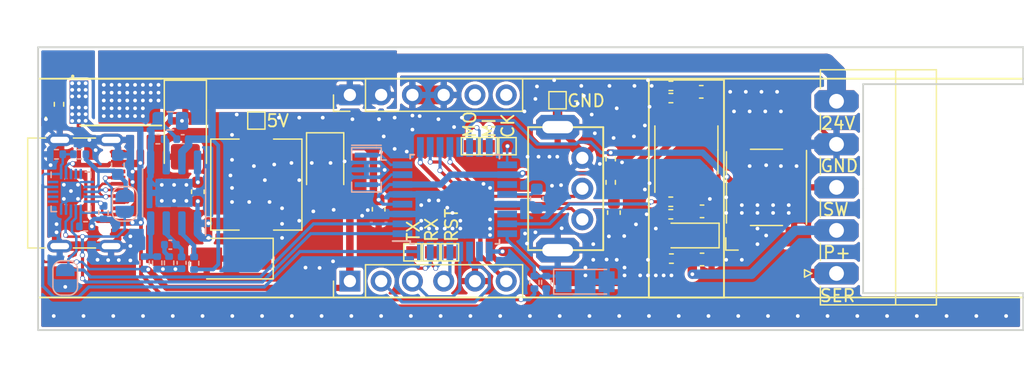
<source format=kicad_pcb>
(kicad_pcb (version 20211014) (generator pcbnew)
  (layers (0 "F.Cu" mixed) (31 "B.Cu" jumper) (34 "B.Paste" user) (35 "F.Paste" user) (36 "B.SilkS" user "B.Silkscreen") (37 "F.SilkS" user "F.Silkscreen") (38 "B.Mask" user) (39 "F.Mask" user) (44 "Edge.Cuts" user))
  (net 0 "")
  (net 1 "VCC")
  (net 2 "Net-(C1-Pad1)")
  (net 3 "Net-(C1-Pad2)")
  (net 4 "GND")
  (net 5 "VBUS")
  (net 6 "Net-(C10-Pad1)")
  (net 7 "VDD")
  (net 8 "Net-(C6-Pad1)")
  (net 9 "Net-(C6-Pad2)")
  (net 10 "Net-(C15-Pad1)")
  (net 11 "Net-(C13-Pad1)")
  (net 12 "Net-(R4-Pad2)")
  (net 13 "/D6")
  (net 14 "Net-(R18-Pad1)")
  (net 15 "Net-(U3-Pad7)")
  (net 16 "Net-(U3-Pad8)")
  (net 17 "P+")
  (net 19 "Net-(D2-Pad2)")
  (net 20 "/ADC1")
  (net 21 "Net-(J1-PadA5)")
  (net 22 "Net-(J1-PadB5)")
  (net 23 "/MISO")
  (net 24 "/SCK")
  (net 25 "/MOSI")
  (net 26 "/RST")
  (net 27 "/TXD")
  (net 28 "/RXD")
  (net 29 "/D10")
  (net 30 "/ADC2")
  (net 31 "/CFG2")
  (net 32 "/CFG3")
  (net 33 "/BEEP")
  (net 34 "/CFG1")
  (net 35 "Net-(R3-Pad2)")
  (net 37 "Net-(R7-Pad1)")
  (net 39 "Net-(U4-Pad6)")
  (net 40 "/ADC0")
  (net 41 "/D7")
  (net 45 "Net-(J1-PadA6)")
  (net 46 "Net-(J1-PadA7)")
  (net 51 "/D9")
  (net 52 "/SDA")
  (net 53 "/SCL")
  (net 56 "+24V")
  (net 59 "/D8")
  (footprint "TestPoint:TestPoint_Pad_1.0x1.0mm" (layer "F.Cu") (at 116.586 83.9216)
    (fp_text reference "TP3" hide)
    (fp_text value "MOSI")
  )
  (footprint "Connector_PinHeader_2.54mm:PinHeader_1x06_P2.54mm_Vertical" (layer "F.Cu") (at 106.8324 79.756 90)
    (fp_text reference "J6" hide)
    (fp_text value "Conn_01x06_Female")
  )
  (footprint "Package_SO:SOIC-8_3.9x4.9mm_P1.27mm" (layer "F.Cu") (at 134.1628 84.2264 90)
    (fp_text reference "U4" hide)
    (fp_text value "OPA2333xxD")
  )
  (footprint "Inductor_SMD:L_7.3x7.3_H4.5" (layer "F.Cu") (at 99.2378 87.0458 90)
    (fp_text reference "L1" hide)
    (fp_text value "L")
  )
  (footprint "My_Library:PowerDI5" (layer "F.Cu") (at 86.4261 80.33765)
    (fp_text reference "D5" hide)
    (fp_text value "SDT10A45P5" hide)
  )
  (footprint "TestPoint:TestPoint_Pad_1.0x1.0mm" (layer "F.Cu") (at 111.9124 92.5576)
    (fp_text reference "TP7" hide)
    (fp_text value "TXD")
  )
  (footprint "TestPoint:TestPoint_Pad_1.0x1.0mm" (layer "F.Cu") (at 114.9604 92.5576)
    (fp_text reference "TP5" hide)
    (fp_text value "RST")
  )
  (footprint "My_Library:EC10E" (layer "F.Cu") (at 125.7084 87.376 90)
    (fp_text reference "SW2" hide)
    (fp_text value "RotaryEncoder_2")
  )
  (footprint "Capacitor_SMD:C_0603_1608Metric" (layer "F.Cu") (at 94.488 87.63 90)
    (fp_text reference "C1" hide)
    (fp_text value "50V/100nF")
  )
  (footprint "Capacitor_SMD:C_0603_1608Metric" (layer "F.Cu") (at 109.1692 89.0524 -90)
    (fp_text reference "C3" hide)
    (fp_text value "50V/100nF")
  )
  (footprint "TestPoint:TestPoint_Pad_1.0x1.0mm" (layer "F.Cu") (at 113.4364 92.5576)
    (fp_text reference "TP8" hide)
    (fp_text value "RXD")
  )
  (footprint "Diode_SMD:D_SOD-123" (layer "F.Cu") (at 134.5692 91.186 180)
    (fp_text reference "D4" hide)
    (fp_text value "1N4148W")
  )
  (footprint "TestPoint:TestPoint_Pad_1.0x1.0mm" (layer "F.Cu") (at 119.634 83.9216)
    (fp_text reference "TP4" hide)
    (fp_text value "SCK")
  )
  (footprint "Capacitor_SMD:C_0603_1608Metric" (layer "F.Cu") (at 128.275 89.3256 -90)
    (fp_text reference "C11" hide)
    (fp_text value "100nF")
  )
  (footprint "Capacitor_SMD:C_0603_1608Metric" (layer "F.Cu") (at 135.4328 89.224)
    (fp_text reference "C15" hide)
    (fp_text value "2.2nF")
  )
  (footprint "Resistor_SMD:R_0402_1005Metric" (layer "F.Cu") (at 132.8928 89.4588)
    (fp_text reference "R19" hide)
    (fp_text value "200K")
  )
  (footprint "Resistor_SMD:R_0402_1005Metric" (layer "F.Cu") (at 132.8928 88.4428 180)
    (fp_text reference "R18" hide)
    (fp_text value "200k")
  )
  (footprint "Resistor_SMD:R_0402_1005Metric" (layer "F.Cu") (at 132.9032 79.0194)
    (fp_text reference "R17" hide)
    (fp_text value "10K")
  )
  (footprint "Resistor_SMD:R_0402_1005Metric" (layer "F.Cu") (at 83.2104 80.518 90)
    (fp_text reference "R5" hide)
    (fp_text value "10K")
  )
  (footprint "Capacitor_Tantalum_SMD:CP_EIA-6032-28_Kemet-C" (layer "F.Cu") (at 93.472 82.3214 -90)
    (fp_text reference "C4" hide)
    (fp_text value "50V/10uF")
  )
  (footprint "Resistor_SMD:R_0402_1005Metric" (layer "F.Cu") (at 132.9032 80.01 180)
    (fp_text reference "R15" hide)
    (fp_text value "10K")
  )
  (footprint "Capacitor_SMD:C_0603_1608Metric" (layer "F.Cu") (at 135.4328 93.1356)
    (fp_text reference "C14" hide)
    (fp_text value "1uF")
  )
  (footprint "Connector_USB:USB_C_Receptacle_Palconn_UTC16-G" (layer "F.Cu") (at 85.5078 87.7316 -90)
    (fp_text reference "J1" hide)
    (fp_text value "USB_C_Receptacle_USB2.0")
  )
  (footprint "Connector_Phoenix_MC:PhoenixContact_MC_1,5_5-G-3.5_1x05_P3.50mm_Horizontal" (layer "F.Cu") (at 146.3548 94.2702 90)
    (fp_text reference "J4" hide)
    (fp_text value "Conn_01x05_Female")
  )
  (footprint "Resistor_SMD:R_0402_1005Metric" (layer "F.Cu") (at 132.9436 93.0656 180)
    (fp_text reference "R16" hide)
    (fp_text value "10K")
  )
  (footprint "Button_Switch_SMD:SW_SPST_Omron_B3FS-100xP" (layer "F.Cu") (at 140.6652 87.2744 90)
    (fp_text reference "SW1" hide)
    (fp_text value "SW_DPST_Temperature")
  )
  (footprint "Resistor_SMD:R_0402_1005Metric" (layer "F.Cu") (at 128.016 86.866 -90)
    (fp_text reference "R11" hide)
    (fp_text value "10K")
  )
  (footprint "LED_SMD:LED_0402_1005Metric" (layer "F.Cu") (at 82.1436 80.518 90)
    (fp_text reference "D2" hide)
    (fp_text value "GREEN")
  )
  (footprint "Capacitor_Tantalum_SMD:CP_EIA-3528-21_Kemet-B" (layer "F.Cu") (at 104.8258 85.2932 -90)
    (fp_text reference "C2" hide)
    (fp_text value "10V/22uF")
  )
  (footprint "TestPoint:TestPoint_Pad_1.0x1.0mm" (layer "F.Cu") (at 118.11 83.9216)
    (fp_text reference "TP2" hide)
    (fp_text value "MISO")
  )
  (footprint "Resistor_SMD:R_0402_1005Metric" (layer "F.Cu") (at 128.016 84.963 90)
    (fp_text reference "R14" hide)
    (fp_text value "10K")
  )
  (footprint "Capacitor_SMD:C_0603_1608Metric" (layer "F.Cu") (at 135.369 79.502)
    (fp_text reference "C13" hide)
    (fp_text value "100nF")
  )
  (footprint "Diode_SMD:D_SMA" (layer "F.Cu") (at 97.2058 93.0656 180)
    (fp_text reference "D1" hide)
    (fp_text value "SS54")
  )
  (footprint "Connector_PinHeader_2.54mm:PinHeader_1x06_P2.54mm_Vertical" (layer "F.Cu") (at 106.8324 94.8944 90)
    (fp_text reference "J5" hide)
    (fp_text value "Conn_01x06_Female")
  )
  (footprint "TestPoint:TestPoint_Pad_1.0x1.0mm" (layer "F.Cu") (at 99.2378 81.8388)
    (fp_text reference "TP1" hide)
    (fp_text value "VCC")
  )
  (footprint "TestPoint:TestPoint_Pad_1.0x1.0mm" (layer "F.Cu") (at 123.698 80.1878)
    (fp_text reference "TP6" hide)
    (fp_text value "GND")
  )
  (footprint "Resistor_SMD:R_0402_1005Metric" (layer "B.Cu") (at 121.8184 94.996 90)
    (fp_text reference "R12" hide)
    (fp_text value "100K")
  )
  (footprint "Capacitor_SMD:C_0603_1608Metric" (layer "B.Cu") (at 87.9906 85.4394 90)
    (fp_text reference "C9" hide)
    (fp_text value "1uF")
  )
  (footprint "Resistor_SMD:R_0402_1005Metric" (layer "B.Cu") (at 91.186 93.411434 -90)
    (fp_text reference "R6" hide)
    (fp_text value "20K")
  )
  (footprint "Capacitor_SMD:C_0402_1005Metric" (layer "B.Cu") (at 92.2528 91.936234 180)
    (fp_text reference "C6" hide)
    (fp_text value "50V/220pF")
  )
  (footprint "Resistor_SMD:R_0402_1005Metric" (layer "B.Cu") (at 94.1832 93.437434 90)
    (fp_text reference "R3" hide)
    (fp_text value "100K")
  )
  (footprint "Resistor_SMD:R_0402_1005Metric" (layer "B.Cu") (at 84.8868 84.582 180)
    (fp_text reference "R2" hide)
    (fp_text value "NC")
  )
  (footprint "Resistor_SMD:R_0402_1005Metric" (layer "B.Cu") (at 83.0072 84.582)
    (fp_text reference "R1" hide)
    (fp_text value "6.8K")
  )
  (footprint "Resistor_SMD:R_0402_1005Metric" (layer "B.Cu") (at 86.8222 89.3256 -90)
    (fp_text reference "R10" hide)
    (fp_text value "5.1K")
  )
  (footprint "Package_QFP:TQFP-32_7x7mm_P0.8mm" (layer "B.Cu") (at 115.3568 88.2396)
    (fp_text reference "U3" hide)
    (fp_text value "ATmega328P-A")
  )
  (footprint "Capacitor_SMD:C_0805_2012Metric" (layer "B.Cu") (at 92.2528 81.8642 180)
    (fp_text reference "C8" hide)
    (fp_text value "10uF")
  )
  (footprint "Capacitor_SMD:C_0402_1005Metric" (layer "B.Cu") (at 93.1672 93.409434 -90)
    (fp_text reference "C7" hide)
    (fp_text value "NC")
  )
  (footprint "Resistor_SMD:R_0402_1005Metric" (layer "B.Cu") (at 92.1512 93.409434 -90)
    (fp_text reference "R8" hide)
    (fp_text value "68.1K")
  )
  (footprint "Jumper:SolderJumper-2_P1.3mm_Open_RoundedPad1.0x1.5mm" (layer "B.Cu") (at 83.7184 94.6404 90)
    (fp_text reference "JP2" hide)
    (fp_text value "JUMP")
  )
  (footprint "Resistor_SMD:R_0402_1005Metric" (layer "B.Cu") (at 122.7836 94.996 -90)
    (fp_text reference "R13" hide)
    (fp_text value "20K")
  )
  (footprint "Resistor_SMD:R_0402_1005Metric" (layer "B.Cu") (at 85.3744 90.4432)
    (fp_text reference "R9" hide)
    (fp_text value "5.1K")
  )
  (footprint "Diode_SMD:D_MiniMELF" (layer "B.Cu") (at 125.9332 94.9452)
    (fp_text reference "D3" hide)
    (fp_text value "BZV55B5V1")
  )
  (footprint "Package_SO:SOIC-8-1EP_3.9x4.9mm_P1.27mm_EP2.29x3mm_ThermalVias" (layer "B.Cu") (at 92.5576 87.719834 90)
    (fp_text reference "U1" hide)
    (fp_text value "MP1584EN")
  )
  (footprint "Resistor_SMD:R_0402_1005Metric" (layer "B.Cu") (at 91.2368 83.351034 180)
    (fp_text reference "R7" hide)
    (fp_text value "200K")
  )
  (footprint "Resistor_SMD:R_0402_1005Metric" (layer "B.Cu") (at 90.17 93.409434 90)
    (fp_text reference "R4" hide)
    (fp_text value "20K")
  )
  (footprint "Capacitor_SMD:C_0603_1608Metric" (layer "B.Cu") (at 122.0116 88.1888 -90)
    (fp_text reference "C10" hide)
    (fp_text value "100nF")
  )
  (footprint "Package_DFN_QFN:QFN-20-1EP_3x3mm_P0.4mm_EP1.65x1.65mm_ThermalVias" (layer "B.Cu") (at 84.1792 87.6336 -90)
    (fp_text reference "U2" hide)
    (fp_text value "CH224D")
  )
  (footprint "Jumper:SolderJumper-2_P1.3mm_Open_RoundedPad1.0x1.5mm" (layer "B.Cu") (at 88.5494 88.6144 90)
    (fp_text reference "JP1" hide)
    (fp_text value "JUMP")
  )
  (footprint "Capacitor_SMD:C_0402_1005Metric" (layer "B.Cu") (at 93.2558 83.351034 180)
    (fp_text reference "C5" hide)
    (fp_text value "50V/100nF")
  )
  (footprint "Crystal:Resonator_SMD_Murata_CSTxExxV-3Pin_3.0x1.1mm" (layer "B.Cu") (at 108.1786 85.8504 -90)
    (fp_text reference "Y1" hide)
    (fp_text value "16mHz")
  )
  (gr_circle (center 125.6886 87.376) (end 125.9136 87.376) (layer "F.SilkS") (width 0.152399) (fill none))
  (gr_line (start 131.1136 78.526) (end 137.2136 78.526) (layer "F.SilkS") (width 0.152399))
  (gr_line (start 81.534 78.4352) (end 161.4932 78.4352) (layer "F.SilkS") (width 0.15))
  (gr_line (start 131.1136 96.226) (end 131.1136 78.526) (layer "F.SilkS") (width 0.152399))
  (gr_line (start 137.2136 96.226) (end 137.2136 78.526) (layer "F.SilkS") (width 0.152399))
  (gr_line (start 81.5644 96.2244) (end 161.5236 96.2244) (layer "F.SilkS") (width 0.15))
  (gr_line (start 131.1136 96.226) (end 137.2136 96.226) (layer "F.SilkS") (width 0.152399))
  (gr_line (start 161.5136 95.876) (end 148.5136 95.876) (layer "Edge.Cuts") (width 0.152399))
  (gr_line (start 148.5136 78.876) (end 148.5136 87.376) (layer "Edge.Cuts") (width 0.152399))
  (gr_line (start 161.5136 98.876) (end 161.5136 95.876) (layer "Edge.Cuts") (width 0.152399))
  (gr_line (start 161.5136 75.876) (end 161.5136 78.876) (layer "Edge.Cuts") (width 0.152399))
  (gr_line (start 161.5136 78.876) (end 148.5136 78.876) (layer "Edge.Cuts") (width 0.152399))
  (gr_line (start 81.5136 75.876) (end 81.5136 98.876) (layer "Edge.Cuts") (width 0.152399))
  (gr_line (start 161.5136 75.876) (end 81.5136 75.876) (layer "Edge.Cuts") (width 0.152399))
  (gr_line (start 148.5136 95.876) (end 148.5136 87.376) (layer "Edge.Cuts") (width 0.152399))
  (gr_line (start 81.5136 98.876) (end 161.5136 98.876) (layer "Edge.Cuts") (width 0.152399))
  (gr_text "GND" (at 146.5884 85.5156) (layer "F.SilkS") (effects (font (size 1 1))))
  (gr_text "SER" (at 146.436 96.082) (layer "F.SilkS") (effects (font (size 1 1))))
  (gr_text "TX" (at 111.9936 90.8496 90) (layer "F.SilkS") (effects (font (size 1 1))))
  (gr_text "24V" (at 146.4868 82.0612) (layer "F.SilkS") (effects (font (size 1 1))))
  (gr_text "GND" (at 126.0144 80.2324) (layer "F.SilkS") (effects (font (size 1 1))))
  (gr_text "RST" (at 115.0924 90.3496 90) (layer "F.SilkS") (effects (font (size 1 1))))
  (gr_text "P+" (at 146.3852 92.5768) (layer "F.SilkS") (effects (font (size 1 1))))
  (gr_text "CK" (at 119.6644 82.258038 90) (layer "F.SilkS") (effects (font (size 1 1))))
  (gr_text "MI" (at 118.1404 82.448514 90) (layer "F.SilkS") (effects (font (size 1 1))))
  (gr_text "5V" (at 100.97 81.858) (layer "F.SilkS") (effects (font (size 1 1))))
  (gr_text "MO" (at 116.5656 82.1628 90) (layer "F.SilkS") (effects (font (size 1 1))))
  (gr_text "SW" (at 146.2836 89.0716) (layer "F.SilkS") (effects (font (size 1 1))))
  (gr_text "RX" (at 113.4668 90.730553 90) (layer "F.SilkS") (effects (font (size 1 1))))
  (segment (start 90.4544 93.9484) (end 91.953 95.447) (width 0.508) (layer "F.Cu") (net 1))
  (segment (start 104.8258 83.7557) (end 99.3279 83.7557) (width 1.016) (layer "F.Cu") (net 1))
  (segment (start 99.2378 81.8388) (end 99.2378 83.8458) (width 1.016) (layer "F.Cu") (net 1))
  (segment (start 120.8582 86.1252) (end 126.7256 86.1252) (width 0.3556) (layer "F.Cu") (net 1))
  (segment (start 109.1692 88.277395) (end 108.742404 87.850599) (width 0.6096) (layer "F.Cu") (net 1))
  (segment (start 106.8324 89.3052) (end 107.8602 88.2774) (width 0.6096) (layer "F.Cu") (net 1))
  (segment (start 81.8946 93.161) (end 82.0724 93.3388) (width 0.2032) (layer "F.Cu") (net 1))
  (segment (start 99.3279 83.7557) (end 99.2378 83.8458) (width 1.016) (layer "F.Cu") (net 1))
  (segment (start 107.8602 88.2774) (end 109.1692 88.2774) (width 0.6096) (layer "F.Cu") (net 1))
  (segment (start 82.0724 93.3388) (end 84.6378 93.3388) (width 0.2032) (layer "F.Cu") (net 1))
  (segment (start 108.742404 87.850599) (end 108.742404 84.271002) (width 0.6096) (layer "F.Cu") (net 1))
  (segment (start 129.1122 86.356) (end 132.2578 83.2104) (width 0.508) (layer "F.Cu") (net 1))
  (segment (start 106.8324 94.8944) (end 106.8324 89.3052) (width 0.6096) (layer "F.Cu") (net 1))
  (segment (start 83.2104 81.5582) (end 81.8946 82.874) (width 0.2032) (layer "F.Cu") (net 1))
  (segment (start 128.016 85.473) (end 128.016 86.356) (width 0.3556) (layer "F.Cu") (net 1))
  (segment (start 126.9564 86.356) (end 128.016 86.356) (width 0.3556) (layer "F.Cu") (net 1))
  (segment (start 132.2578 81.7514) (end 132.2578 80.1454) (width 0.6096) (layer "F.Cu") (net 1))
  (segment (start 81.8946 82.874) (end 81.8946 93.161) (width 0.2032) (layer "F.Cu") (net 1))
  (segment (start 108.2271 83.7557) (end 108.7424 84.271) (width 1.016) (layer "F.Cu") (net 1))
  (segment (start 104.8258 83.7557) (end 108.2271 83.7557) (width 1.016) (layer "F.Cu") (net 1))
  (segment (start 128.016 86.356) (end 129.1122 86.356) (width 0.508) (layer "F.Cu") (net 1))
  (segment (start 83.2104 81.028) (end 83.2104 81.5582) (width 0.2032) (layer "F.Cu") (net 1))
  (segment (start 132.2578 83.2104) (end 132.2578 81.7514) (width 0.508) (layer "F.Cu") (net 1))
  (segment (start 106.2798 95.447) (end 106.8324 94.8944) (width 0.508) (layer "F.Cu") (net 1))
  (segment (start 91.953 95.447) (end 106.2798 95.447) (width 0.508) (layer "F.Cu") (net 1))
  (segment (start 126.7256 86.1252) (end 126.9564 86.356) (width 0.3556) (layer "F.Cu") (net 1))
  (segment (start 132.2578 80.1454) (end 132.3932 80.01) (width 0.6096) (layer "F.Cu") (net 1))
  (via (at 120.8582 86.1252) (size 0.4064) (drill 0.3048) (layers "F.Cu" "B.Cu") (net 1))
  (via (at 84.6378 93.3388) (size 0.4064) (drill 0.3048) (layers "F.Cu" "B.Cu") (net 1))
  (via (at 109.1692 88.2774) (size 0.4064) (drill 0.3048) (layers "F.Cu" "B.Cu") (net 1))
  (via (at 90.4544 93.9484) (size 0.4064) (drill 0.3048) (layers "F.Cu" "B.Cu") (net 1))
  (segment (start 90.198966 93.9484) (end 90.17 93.919434) (width 0.3048) (layer "B.Cu") (net 1))
  (segment (start 109.5314 88.6396) (end 109.1692 88.2774) (width 0.254) (layer "B.Cu") (net 1))
  (segment (start 90.4544 93.9484) (end 90.198966 93.9484) (width 0.3048) (layer "B.Cu") (net 1))
  (segment (start 111.1068 87.0396) (end 110.039 87.0396) (width 0.254) (layer "B.Cu") (net 1))
  (segment (start 114.2034 87.0396) (end 115.0034 86.2396) (width 0.508) (layer "B.Cu") (net 1))
  (segment (start 109.1692 87.9094) (end 109.1692 88.2774) (width 0.254) (layer "B.Cu") (net 1))
  (segment (start 111.1068 87.0396) (end 114.2034 87.0396) (width 0.508) (layer "B.Cu") (net 1))
  (segment (start 115.0034 86.2396) (end 119.6068 86.2396) (width 0.508) (layer "B.Cu") (net 1))
  (segment (start 110.039 87.0396) (end 109.1692 87.9094) (width 0.254) (layer "B.Cu") (net 1))
  (segment (start 85.68037 93.919434) (end 85.099736 93.3388) (width 0.2032) (layer "B.Cu") (net 1))
  (segment (start 120.8582 86.1252) (end 120.7438 86.2396) (width 0.508) (layer "B.Cu") (net 1))
  (segment (start 111.1068 88.6396) (end 109.5314 88.6396) (width 0.254) (layer "B.Cu") (net 1))
  (segment (start 90.17 93.919434) (end 85.68037 93.919434) (width 0.2032) (layer "B.Cu") (net 1))
  (segment (start 120.7438 86.2396) (end 119.6068 86.2396) (width 0.508) (layer "B.Cu") (net 1))
  (segment (start 85.099736 93.3388) (end 84.6378 93.3388) (width 0.2032) (layer "B.Cu") (net 1))
  (segment (start 99.2378 93.0336) (end 99.2378 90.2458) (width 1.524) (layer "F.Cu") (net 2))
  (segment (start 95.3566 91.383) (end 95.3566 90.2004) (width 0.6096) (layer "F.Cu") (net 2))
  (segment (start 95.3516 90.1954) (end 95.402 90.2458) (width 1.016) (layer "F.Cu") (net 2))
  (segment (start 99.2058 93.0656) (end 99.2378 93.0336) (width 1.524) (layer "F.Cu") (net 2))
  (segment (start 95.3566 90.2004) (end 95.3516 90.1954) (width 0.6096) (layer "F.Cu") (net 2))
  (segment (start 95.402 90.2458) (end 99.2378 90.2458) (width 1.016) (layer "F.Cu") (net 2))
  (via (at 94.488 88.405) (size 0.4064) (drill 0.3048) (layers "F.Cu" "B.Cu") (net 2))
  (via (at 95.3566 91.383) (size 0.4064) (drill 0.3048) (layers "F.Cu" "B.Cu") (net 2))
  (via (at 95.3516 90.1954) (size 0.4064) (drill 0.3048) (layers "F.Cu" "B.Cu") (net 2))
  (segment (start 94.8232 91.383) (end 95.3566 91.383) (width 0.6096) (layer "B.Cu") (net 2))
  (segment (start 94.4626 88.4304) (end 94.488 88.405) (width 0.3556) (layer "B.Cu") (net 2))
  (segment (start 94.4626 90.194834) (end 94.4626 88.4304) (width 0.3556) (layer "B.Cu") (net 2))
  (segment (start 94.7724 91.3322) (end 94.8232 91.383) (width 0.6096) (layer "B.Cu") (net 2))
  (segment (start 94.4626 90.194834) (end 95.351034 90.194834) (width 0.6096) (layer "B.Cu") (net 2))
  (segment (start 94.4626 91.0224) (end 94.7724 91.3322) (width 0.6096) (layer "B.Cu") (net 2))
  (segment (start 94.4626 90.194834) (end 94.4626 91.0224) (width 0.6096) (layer "B.Cu") (net 2))
  (segment (start 95.351034 90.194834) (end 95.3516 90.1954) (width 0.6096) (layer "B.Cu") (net 2))
  (via (at 94.488 86.855) (size 0.4064) (drill 0.3048) (layers "F.Cu" "B.Cu") (net 3))
  (segment (start 94.4626 85.244834) (end 94.4626 86.8296) (width 0.3556) (layer "B.Cu") (net 3))
  (segment (start 94.4626 86.8296) (end 94.488 86.855) (width 0.3556) (layer "B.Cu") (net 3))
  (segment (start 109.9616 85.852) (end 109.6568 85.852) (width 0.508) (layer "F.Cu") (net 4))
  (segment (start 136.2202 89.294) (end 136.2078 89.3064) (width 0.508) (layer "F.Cu") (net 4))
  (segment (start 124.0016 79.0194) (end 123.698 79.323) (width 0.3556) (layer "F.Cu") (net 4))
  (segment (start 136.0678 88.2142) (end 136.2202 88.3666) (width 0.508) (layer "F.Cu") (net 4))
  (segment (start 136.144 79.502) (end 137.7176 79.502) (width 0.3556) (layer "F.Cu") (net 4))
  (segment (start 82.1436 81.003) (end 82.1436 81.726) (width 0.3048) (layer "F.Cu") (net 4))
  (segment (start 83.2678 87.8722) (end 83.2678 90.0082) (width 0.762) (layer "F.Cu") (net 4))
  (segment (start 125.7084 84.876) (end 125.7084 84.376) (width 0.508) (layer "F.Cu") (net 4))
  (segment (start 136.2202 88.3666) (end 136.2202 89.294) (width 0.508) (layer "F.Cu") (net 4))
  (segment (start 88.0178 90.9316) (end 88.0178 91.4716) (width 0.508) (layer "F.Cu") (net 4))
  (segment (start 131.3422 79.0194) (end 129.9452 79.0194) (width 0.3556) (layer "F.Cu") (net 4))
  (segment (start 88.0178 90.9316) (end 88.6822 90.9316) (width 0.6096) (layer "F.Cu") (net 4))
  (segment (start 123.698 79.323) (end 123.698 80.1878) (width 0.3556) (layer "F.Cu") (net 4))
  (segment (start 83.0122 91.796) (end 83.0122 90.9258) (width 0.762) (layer "F.Cu") (net 4))
  (segment (start 130.8862 89.4588) (end 130.0663 90.2787) (width 0.508) (layer "F.Cu") (net 4))
  (segment (start 137.7176 79.502) (end 138.9876 79.502) (width 0.3556) (layer "F.Cu") (net 4))
  (segment (start 132.3932 79.0194) (end 131.3422 79.0194) (width 0.3556) (layer "F.Cu") (net 4))
  (segment (start 82.1436 81.726) (end 82.1486 81.731) (width 0.3048) (layer "F.Cu") (net 4))
  (segment (start 111.4506 84.363) (end 111.9124 83.9012) (width 0.508) (layer "F.Cu") (net 4))
  (segment (start 123.7122 92.3798) (end 123.7084 92.376) (width 0.508) (layer "F.Cu") (net 4))
  (segment (start 89.0066 91.256) (end 89.0066 92.0434) (width 0.6096) (layer "F.Cu") (net 4))
  (segment (start 111.9124 81.4312) (end 111.9124 79.756) (width 0.508) (layer "F.Cu") (net 4))
  (segment (start 83.2678 90.0082) (end 83.0122 90.2638) (width 0.762) (layer "F.Cu") (net 4))
  (segment (start 88.0178 83.9916) (end 87.4378 83.4116) (width 0.3048) (layer "F.Cu") (net 4))
  (segment (start 140.2576 79.502) (end 141.5276 79.502) (width 0.3556) (layer "F.Cu") (net 4))
  (segment (start 83.2678 87.8722) (end 83.2678 83.4116) (width 0.762) (layer "F.Cu") (net 4))
  (segment (start 88.0178 91.4716) (end 87.4378 92.0516) (width 0.508) (layer "F.Cu") (net 4))
  (segment (start 111.9124 82.5742) (end 111.9124 81.4312) (width 0.508) (layer "F.Cu") (net 4))
  (segment (start 83.6042 88.2086) (end 83.2678 87.8722) (width 0.762) (layer "F.Cu") (net 4))
  (segment (start 136.0678 86.7014) (end 136.0678 88.2142) (width 0.508) (layer "F.Cu") (net 4))
  (segment (start 132.3828 89.4588) (end 130.9358 89.4588) (width 0.508) (layer "F.Cu") (net 4))
  (segment (start 140.6398 91.186) (end 142.8268 91.186) (width 0.508) (layer "F.Cu") (net 4))
  (segment (start 83.0122 90.9258) (end 83.0122 90.2638) (width 0.762) (layer "F.Cu") (net 4))
  (segment (start 123.698 82.3656) (end 123.7084 82.376) (width 0.762) (layer "F.Cu") (net 4))
  (segment (start 130.0663 90.2787) (end 129.1138 91.2312) (width 0.508) (layer "F.Cu") (net 4))
  (segment (start 142.8268 91.186) (end 142.9152 91.2744) (width 0.508) (layer "F.Cu") (net 4))
  (segment (start 130.9358 89.4588) (end 130.8862 89.4588) (width 0.508) (layer "F.Cu") (net 4))
  (segment (start 88.6822 90.9316) (end 89.0066 91.256) (width 0.6096) (layer "F.Cu") (net 4))
  (segment (start 91.4196 97.733) (end 160.1266 97.733) (width 0.6096) (layer "F.Cu") (net 4))
  (segment (start 129.1138 91.2312) (end 127.9652 92.3798) (width 0.508) (layer "F.Cu") (net 4))
  (segment (start 127.9132 79.0194) (end 125.6272 79.0194) (width 0.3556) (layer "F.Cu") (net 4))
  (segment (start 127.9652 92.3798) (end 123.7122 92.3798) (width 0.508) (layer "F.Cu") (net 4))
  (segment (start 136.2192 91.186) (end 140.6398 91.186) (width 0.508) (layer "F.Cu") (net 4))
  (segment (start 88.0178 84.5316) (end 88.0178 83.9916) (width 0.3048) (layer "F.Cu") (net 4))
  (segment (start 83.2678 92.0516) (end 83.0122 91.796) (width 0.762) (layer "F.Cu") (net 4))
  (segment (start 89.0066 95.32) (end 91.4196 97.733) (width 0.6096) (layer "F.Cu") (net 4))
  (segment (start 123.698 80.1878) (end 123.698 82.3656) (width 0.762) (layer "F.Cu") (net 4))
  (segment (start 83.2678 92.0516) (end 87.4378 92.0516) (width 0.762) (layer "F.Cu") (net 4))
  (segment (start 136.2078 89.3064) (end 136.2078 93.1356) (width 0.508) (layer "F.Cu") (net 4))
  (segment (start 125.7084 84.376) (end 123.7084 82.376) (width 0.508) (layer "F.Cu") (net 4))
  (segment (start 89.0066 92.0434) (end 89.0066 93.2118) (width 0.6096) (layer "F.Cu") (net 4))
  (segment (start 125.6272 79.0194) (end 124.0016 79.0194) (width 0.3556) (layer "F.Cu") (net 4))
  (segment (start 111.9124 79.756) (end 114.4524 79.756) (width 1.524) (layer "F.Cu") (net 4))
  (segment (start 89.0066 93.2118) (end 89.0066 95.32) (width 0.6096) (layer "F.Cu") (net 4))
  (segment (start 141.5276 79.502) (end 142.0866 79.502) (width 0.3556) (layer "F.Cu") (net 4))
  (segment (start 111.9124 83.9012) (end 111.9124 82.5742) (width 0.508) (layer "F.Cu") (net 4))
  (segment (start 111.4506 84.363) (end 109.9616 85.852) (width 0.508) (layer "F.Cu") (net 4))
  (segment (start 142.0866 79.502) (end 146.3548 83.7702) (width 0.3556) (layer "F.Cu") (net 4))
  (segment (start 129.9452 79.0194) (end 127.9132 79.0194) (width 0.3556) (layer "F.Cu") (net 4))
  (segment (start 138.9876 79.502) (end 140.2576 79.502) (width 0.3556) (layer "F.Cu") (net 4))
  (via (at 83.0122 90.2638) (size 0.4064) (drill 0.3048) (layers "F.Cu" "B.Cu") (net 4))
  (via (at 138.6636 93.161) (size 0.4064) (drill 0.3048) (layers "F.Cu" "B.Cu") (net 4))
  (via (at 125.8366 79.826) (size 0.4064) (drill 0.3048) (layers "F.Cu" "B.Cu") (net 4))
  (via (at 130.0663 90.2787) (size 0.4064) (drill 0.3048) (layers "F.Cu" "B.Cu") (net 4))
  (via (at 121.0106 81.096) (size 0.4064) (drill 0.3048) (layers "F.Cu" "B.Cu") (net 4))
  (via (at 157.709608 97.733) (size 0.4064) (drill 0.3048) (layers "F.Cu" "B.Cu") (net 4))
  (via (at 85.200568 97.733) (size 0.4064) (drill 0.3048) (layers "F.Cu" "B.Cu") (net 4))
  (via (at 100.3096 88.462) (size 0.4064) (drill 0.3048) (layers "F.Cu" "B.Cu") (net 4))
  (via (at 98.6586 88.462) (size 0.4064) (drill 0.3048) (layers "F.Cu" "B.Cu") (net 4))
  (via (at 89.0066 93.2118) (size 0.4064) (drill 0.3048) (layers "F.Cu" "B.Cu") (net 4))
  (via (at 128.2496 83.255) (size 0.4064) (drill 0.3048) (layers "F.Cu" "B.Cu") (net 4))
  (via (at 115.1686 90.621) (size 0.4064) (drill 0.3048) (layers "F.Cu" "B.Cu") (net 4))
  (via (at 87.617536 97.733) (size 0.4064) (drill 0.3048) (layers "F.Cu" "B.Cu") (net 4))
  (via (at 101.0716 81.604) (size 0.4064) (drill 0.3048) (layers "F.Cu" "B.Cu") (net 4))
  (via (at 110.4696 81.604) (size 0.4064) (drill 0.3048) (layers "F.Cu" "B.Cu") (net 4))
  (via (at 82.5296 85.4648) (size 0.4064) (drill 0.3048) (layers "F.Cu" "B.Cu") (net 4))
  (via (at 122.1536 84.779) (size 0.4064) (drill 0.3048) (layers "F.Cu" "B.Cu") (net 4))
  (via (at 109.5806 83.128) (size 0.4064) (drill 0.3048) (layers "F.Cu" "B.Cu") (net 4))
  (via (at 111.4506 84.363) (size 0.4064) (drill 0.3048) (layers "F.Cu" "B.Cu") (net 4))
  (via (at 145.624768 97.733) (size 0.4064) (drill 0.3048) (layers "F.Cu" "B.Cu") (net 4))
  (via (at 118.2166 90.621) (size 0.4064) (drill 0.3048) (layers "F.Cu" "B.Cu") (net 4))
  (via (at 116.621152 97.733) (size 0.4064) (drill 0.3048) (layers "F.Cu" "B.Cu") (net 4))
  (via (at 118.2166 89.8844) (size 0.4064) (drill 0.3048) (layers "F.Cu" "B.Cu") (net 4))
  (via (at 137.7176 79.502) (size 0.4064) (drill 0.3048) (layers "F.Cu" "B.Cu") (net 4))
  (via (at 83.7184 95.3654) (size 0.4064) (drill 0.3048) (layers "F.Cu" "B.Cu") (net 4))
  (via (at 117.6832 86.9888) (size 0.4064) (drill 0.3048) (layers "F.Cu" "B.Cu") (net 4))
  (via (at 121.455088 97.733) (size 0.4064) (drill 0.3048) (layers "F.Cu" "B.Cu") (net 4))
  (via (at 142.4736 88.716) (size 0.4064) (drill 0.3048) (layers "F.Cu" "B.Cu") (net 4))
  (via (at 128.5036 80.842) (size 0.4064) (drill 0.3048) (layers "F.Cu" "B.Cu") (net 4))
  (via (at 114.0256 81.731) (size 0.4064) (drill 0.3048) (layers "F.Cu" "B.Cu") (net 4))
  (via (at 89.0066 91.256) (size 0.4064) (drill 0.3048) (layers "F.Cu" "B.Cu") (net 4))
  (via (at 112.6286 88.716) (size 0.4064) (drill 0.3048) (layers "F.Cu" "B.Cu") (net 4))
  (via (at 138.9876 79.502) (size 0.4064) (drill 0.3048) (layers "F.Cu" "B.Cu") (net 4))
  (via (at 91.649766 93.921434) (size 0.4064) (drill 0.3048) (layers "F.Cu" "B.Cu") (net 4))
  (via (at 114.0256 88.335) (size 0.4064) (drill 0.3048) (layers "F.Cu" "B.Cu") (net 4))
  (via (at 140.6398 91.186) (size 0.4064) (drill 0.3048) (layers "F.Cu" "B.Cu") (net 4))
  (via (at 103.8656 89.224) (size 0.4064) (drill 0.3048) (layers "F.Cu" "B.Cu") (net 4))
  (via (at 118.2166 87.319) (size 0.4064) (drill 0.3048) (layers "F.Cu" "B.Cu") (net 4))
  (via (at 129.1138 91.2312) (size 0.4064) (drill 0.3048) (layers "F.Cu" "B.Cu") (net 4))
  (via (at 139.9336 89.351) (size 0.4064) (drill 0.3048) (layers "F.Cu" "B.Cu") (net 4))
  (via (at 125.6272 79.0194) (size 0.4064) (drill 0.3048) (layers "F.Cu" "B.Cu") (net 4))
  (via (at 97.2616 87.319) (size 0.4064) (drill 0.3048) (layers "F.Cu" "B.Cu") (net 4))
  (via (at 85.675 83.4116) (size 0.4064) (drill 0.3048) (layers "F.Cu" "B.Cu") (net 4))
  (via (at 139.2986 81.096) (size 0.4064) (drill 0.3048) (layers "F.Cu" "B.Cu") (net 4))
  (via (at 89.1844 86.8364) (size 0.4064) (drill 0.3048) (layers "F.Cu" "B.Cu") (net 4))
  (via (at 113.2636 90.621) (size 0.4064) (drill 0.3048) (layers "F.Cu" "B.Cu") (net 4))
  (via (at 113.8986 90.621) (size 0.4064) (drill 0.3048) (layers "F.Cu" "B.Cu") (net 4))
  (via (at 132.9486 94.431) (size 0.4064) (drill 0.3048) (layers "F.Cu" "B.Cu") (net 4))
  (via (at 111.9124 81.4312) (size 0.4064) (drill 0.3048) (layers "F.Cu" "B.Cu") (net 4))
  (via (at 102.0876 85.287) (size 0.4064) (drill 0.3048) (layers "F.Cu" "B.Cu") (net 4))
  (via (at 136.0678 88.2142) (size 0.4064) (drill 0.3048) (layers "F.Cu" "B.Cu") (net 4))
  (via (at 123.2458 87.1412) (size 0.4064) (drill 0.3048) (layers "F.Cu" "B.Cu") (net 4))
  (via (at 121.0614 91.0274) (size 0.4064) (drill 0.3048) (layers "F.Cu" "B.Cu") (net 4))
  (via (at 115.8036 89.986) (size 0.4064) (drill 0.3048) (layers "F.Cu" "B.Cu") (net 4))
  (via (at 143.2078 97.733) (size 0.4064) (drill 0.3048) (layers "F.Cu" "B.Cu") (net 4))
  (via (at 137.3936 89.351) (size 0.4064) (drill 0.3048) (layers "F.Cu" "B.Cu") (net 4))
  (via (at 143.1086 85.541) (size 0.4064) (drill 0.3048) (layers "F.Cu" "B.Cu") (net 4))
  (via (at 85.8824 90.4432) (size 0.4064) (drill 0.3048) (layers "F.Cu" "B.Cu") (net 4))
  (via (at 152.875672 97.733) (size 0.4064) (drill 0.3048) (layers "F.Cu" "B.Cu") (net 4))
  (via (at 123.4236 78.556) (size 0.4064) (drill 0.3048) (layers "F.Cu" "B.Cu") (net 4))
  (via (at 155.29264 97.733) (size 0.4064) (drill 0.3048) (layers "F.Cu" "B.Cu") (net 4))
  (via (at 97.2616 85.033) (size 0.4064) (drill 0.3048) (layers "F.Cu" "B.Cu") (net 4))
  (via (at 111.9124 82.5742) (size 0.4064) (drill 0.3048) (layers "F.Cu" "B.Cu") (net 4))
  (via (at 131.1706 80.715) (size 0.4064) (drill 0.3048) (layers "F.Cu" "B.Cu") (net 4))
  (via (at 122.0266 79.064) (size 0.4064) (drill 0.3048) (layers "F.Cu" "B.Cu") (net 4))
  (via (at 92.665766 93.921434) (size 0.4064) (drill 0.3048) (layers "F.Cu" "B.Cu") (net 4))
  (via (at 100.6906 85.414) (size 0.4064) (drill 0.3048) (layers "F.Cu" "B.Cu") (net 4))
  (via (at 130.7896 87.446) (size 0.4064) (drill 0.3048) (layers "F.Cu" "B.Cu") (net 4))
  (via (at 118.2166 91.1544) (size 0.4064) (drill 0.3048) (layers "F.Cu" "B.Cu") (net 4))
  (via (at 99.9286 86.684) (size 0.4064) (drill 0.3048) (layers "F.Cu" "B.Cu") (net 4))
  (via (at 128.705992 97.733) (size 0.4064) (drill 0.3048) (layers "F.Cu" "B.Cu") (net 4))
  (via (at 115.8036 90.621) (size 0.4064) (drill 0.3048) (layers "F.Cu" "B.Cu") (net 4))
  (via (at 140.2576 79.502) (size 0.4064) (drill 0.3048) (layers "F.Cu" "B.Cu") (net 4))
  (via (at 109.370248 97.733) (size 0.4064) (drill 0.3048) (layers "F.Cu" "B.Cu") (net 4))
  (via (at 112.5016 81.477) (size 0.4064) (drill 0.3048) (layers "F.Cu" "B.Cu") (net 4))
  (via (at 106.4056 85.16) (size 0.4064) (drill 0.3048) (layers "F.Cu" "B.Cu") (net 4))
  (via (at 97.1346 86.303) (size 0.4064) (drill 0.3048) (layers "F.Cu" "B.Cu") (net 4))
  (via (at 130.4086 94.431) (size 0.4064) (drill 0.3048) (layers "F.Cu" "B.Cu") (net 4))
  (via (at 125.3286 80.461) (size 0.4064) (drill 0.3048) (layers "F.Cu" "B.Cu") (net 4))
  (via (at 135.956896 97.733) (size 0.4064) (drill 0.3048) (layers "F.Cu" "B.Cu") (net 4))
  (via (at 141.5276 79.502) (size 0.4064) (drill 0.3048) (layers "F.Cu" "B.Cu") (net 4))
  (via (at 126.289024 97.733) (size 0.4064) (drill 0.3048) (layers "F.Cu" "B.Cu") (net 4))
  (via (at 138.6636 88.716) (size 0.4064) (drill 0.3048) (layers "F.Cu" "B.Cu") (net 4))
  (via (at 121.2138 91.8402) (size 0.4064) (drill 0.3048) (layers "F.Cu" "B.Cu") (net 4))
  (via (at 131.0436 78.556) (size 0.4064) (drill 0.3048) (layers "F.Cu" "B.Cu") (net 4))
  (via (at 114.5336 90.621) (size 0.4064) (drill 0.3048) (layers "F.Cu" "B.Cu") (net 4))
  (via (at 111.787216 97.733) (size 0.4064) (drill 0.3048) (layers "F.Cu" "B.Cu") (net 4))
  (via (at 126.5986 91.891) (size 0.4064) (drill 0.3048) (layers "F.Cu" "B.Cu") (net 4))
  (via (at 127.8686 91.256) (size 0.4064) (drill 0.3048) (layers "F.Cu" "B.Cu") (net 4))
  (via (at 103.7386 85.287) (size 0.4064) (drill 0.3048) (layers "F.Cu" "B.Cu") (net 4))
  (via (at 137.3936 88.081) (size 0.4064) (drill 0.3048) (layers "F.Cu" "B.Cu") (net 4))
  (via (at 128.5036 93.161) (size 0.4064) (drill 0.3048) (layers "F.Cu" "B.Cu") (net 4))
  (via (at 92.451472 97.733) (size 0.4064) (drill 0.3048) (layers "F.Cu" "B.Cu") (net 4))
  (via (at 84.1806 87.573) (size 0.4064) (drill 0.3048) (layers "F.Cu" "B.Cu") (net 4))
  (via (at 115.9306 81.604) (size 0.4064) (drill 0.3048) (layers "F.Cu" "B.Cu") (net 4))
  (via (at 114.204184 97.733) (size 0.4064) (drill 0.3048) (layers "F.Cu" "B.Cu") (net 4))
  (via (at 97.2616 83.001) (size 0.4064) (drill 0.3048) (layers "F.Cu" "B.Cu") (net 4))
  (via (at 121.8996 80.08) (size 0.4064) (drill 0.3048) (layers "F.Cu" "B.Cu") (net 4))
  (via (at 141.8386 85.541) (size 0.4064) (drill 0.3048) (layers "F.Cu" "B.Cu") (net 4))
  (via (at 126.4716 81.35) (size 0.4064) (drill 0.3048) (layers "F.Cu" "B.Cu") (net 4))
  (via (at 123.872056 97.733) (size 0.4064) (drill 0.3048) (layers "F.Cu" "B.Cu") (net 4))
  (via (at 137.3936 93.161) (size 0.4064) (drill 0.3048) (layers "F.Cu" "B.Cu") (net 4))
  (via (at 99.0396 85.541) (size 0.4064) (drill 0.3048) (layers "F.Cu" "B.Cu") (net 4))
  (via (at 113.2636 88.335) (size 0.4064) (drill 0.3048) (layers "F.Cu" "B.Cu") (net 4))
  (via (at 127.6832 93.1392) (size 0.4064) (drill 0.3048) (layers "F.Cu" "B.Cu") (net 4))
  (via (at 142.4736 89.351) (size 0.4064) (drill 0.3048) (layers "F.Cu" "B.Cu") (net 4))
  (via (at 90.034504 97.733) (size 0.4064) (drill 0.3048) (layers "F.Cu" "B.Cu") (net 4))
  (via (at 132.3136 94.431) (size 0.4064) (drill 0.3048) (layers "F.Cu" "B.Cu") (net 4))
  (via (at 112.6286 90.621) (size 0.4064) (drill 0.3048) (layers "F.Cu" "B.Cu") (net 4))
  (via (at 89.1844 85.9915) (size 0.4064) (drill 0.3048) (layers "F.Cu" "B.Cu") (net 4))
  (via (at 127.9132 79.0194) (size 0.4064) (drill 0.3048) (layers "F.Cu" "B.Cu") (net 4))
  (via (at 105.4658 93.288) (size 0.4064) (drill 0.3048) (layers "F.Cu" "B.Cu") (net 4))
  (via (at 133.539928 97.733) (size 0.4064) (drill 0.3048) (layers "F.Cu" "B.Cu") (net 4))
  (via (at 131.6786 90.621) (size 0.4064) (drill 0.3048) (layers "F.Cu" "B.Cu") (net 4))
  (via (at 131.0436 93.161) (size 0.4064) (drill 0.3048) (layers "F.Cu" "B.Cu") (net 4))
  (via (at 139.2986 85.541) (size 0.4064) (drill 0.3048) (layers "F.Cu" "B.Cu") (net 4))
  (via (at 119.03812 97.733) (size 0.4064) (drill 0.3048) (layers "F.Cu" "B.Cu") (net 4))
  (via (at 97.2616 88.462) (size 0.4064) (drill 0.3048) (layers "F.Cu" "B.Cu") (net 4))
  (via (at 129.1386 94.431) (size 0.4064) (drill 0.3048) (layers "F.Cu" "B.Cu") (net 4))
  (via (at 115.2956 82.366) (size 0.4064) (drill 0.3048) (layers "F.Cu" "B.Cu") (net 4))
  (via (at 107.828 89.5796) (size 0.4064) (drill 0.3048) (layers "F.Cu" "B.Cu") (net 4))
  (via (at 94.86844 97.733) (size 0.4064) (drill 0.3048) (layers "F.Cu" "B.Cu") (net 4))
  (via (at 138.6636 89.351) (size 0.4064) (drill 0.3048) (layers "F.Cu" "B.Cu") (net 4))
  (via (at 88.0668 93.1864) (size 0.4064) (drill 0.3048) (layers "F.Cu" "B.Cu") (net 4))
  (via (at 138.0286 81.096) (size 0.4064) (drill 0.3048) (layers "F.Cu" "B.Cu") (net 4))
  (via (at 140.6398 85.4698) (size 0.4064) (drill 0.3048) (layers "F.Cu" "B.Cu") (net 4))
  (via (at 131.0436 94.431) (size 0.4064) (drill 0.3048) (layers "F.Cu" "B.Cu") (net 4))
  (via (at 121.8996 90.9258) (size 0.4064) (drill 0.3048) (layers "F.Cu" "B.Cu") (net 4))
  (via (at 129.9452 79.0194) (size 0.4064) (drill 0.3048) (layers "F.Cu" "B.Cu") (net 4))
  (via (at 127.132 85.3632) (size 0.4064) (drill 0.3048) (layers "F.Cu" "B.Cu") (net 4))
  (via (at 125.9636 94.431) (size 0.4064) (drill 0.3048) (layers "F.Cu" "B.Cu") (net 4))
  (via (at 130.9358 89.4588) (size 0.4064) (drill 0.3048) (layers "F.Cu" "B.Cu") (net 4))
  (via (at 123.6776 84.779) (size 0.4064) (drill 0.3048) (layers "F.Cu" "B.Cu") (net 4))
  (via (at 131.3422 79.0194) (size 0.4064) (drill 0.3048) (layers "F.Cu" "B.Cu") (net 4))
  (via (at 123.9824 87.0904) (size 0.4064) (drill 0.3048) (layers "F.Cu" "B.Cu") (net 4))
  (via (at 141.2036 88.716) (size 0.4064) (drill 0.3048) (layers "F.Cu" "B.Cu") (net 4))
  (via (at 124.0332 90.5956) (size 0.4064) (drill 0.3048) (layers "F.Cu" "B.Cu") (net 4))
  (via (at 115.1686 89.351) (size 0.4064) (drill 0.3048) (layers "F.Cu" "B.Cu") (net 4))
  (via (at 99.702376 97.733) (size 0.4064) (drill 0.3048) (layers "F.Cu" "B.Cu") (net 4))
  (via (at 104.536312 97.733) (size 0.4064) (drill 0.3048) (layers "F.Cu" "B.Cu") (net 4))
  (via (at 160.1266 97.733) (size 0.4064) (drill 0.3048) (layers "F.Cu" "B.Cu") (net 4))
  (via (at 130.7896 82.239) (size 0.4064) (drill 0.3048) (layers "F.Cu" "B.Cu") (net 4))
  (via (at 83.0122 90.9258) (size 0.4064) (drill 0.3048) (layers "F.Cu" "B.Cu") (net 4))
  (via (at 148.041736 97.733) (size 0.4064) (drill 0.3048) (layers "F.Cu" "B.Cu") (net 4))
  (via (at 104.6276 81.604) (size 0.4064) (drill 0.3048) (layers "F.Cu" "B.Cu") (net 4))
  (via (at 102.119344 97.733) (size 0.4064) (drill 0.3048) (layers "F.Cu" "B.Cu") (net 4))
  (via (at 129.1386 93.796) (size 0.4064) (drill 0.3048) (layers "F.Cu" "B.Cu") (net 4))
  (via (at 125.9636 93.796) (size 0.4064) (drill 0.3048) (layers "F.Cu" "B.Cu") (net 4))
  (via (at 108.2852 89.1224) (size 0.4064) (drill 0.3048) (layers "F.Cu" "B.Cu") (net 4))
  (via (at 129.9006 83.128) (size 0.4064) (drill 0.3048) (layers "F.Cu" "B.Cu") (net 4))
  (via (at 101.3256 88.97) (size 0.4064) (drill 0.3048) (layers "F.Cu" "B.Cu") (net 4))
  (via (at 105.2626 85.287) (size 0.4064) (drill 0.3048) (layers "F.Cu" "B.Cu") (net 4))
  (via (at 102.7226 89.986) (size 0.4064) (drill 0.3048) (layers "F.Cu" "B.Cu") (net 4))
  (via (at 107.0406 81.731) (size 0.4064) (drill 0.3048) (layers "F.Cu" "B.Cu") (net 4))
  (via (at 109.6568 85.852) (size 0.4064) (drill 0.3048) (layers "F.Cu" "B.Cu") (net 4))
  (via (at 87.2032 93.1864) (size 0.4064) (drill 0.3048) (layers "F.Cu" "B.Cu") (net 4))
  (via (at 101.3256 91.383) (size 0.4064) (drill 0.3048) (layers "F.Cu" "B.Cu") (net 4))
  (via (at 86.3396 93.161) (size 0.4064) (drill 0.3048) (layers "F.Cu" "B.Cu") (net 4))
  (via (at 86.1872 84.2456) (size 0.4064) (drill 0.3048) (layers "F.Cu" "B.Cu") (net 4))
  (via (at 126.5986 93.161) (size 0.4064) (drill 0.3048) (layers "F.Cu" "B.Cu") (net 4))
  (via (at 103.2306 93.796) (size 0.4064) (drill 0.3048) (layers "F.Cu" "B.Cu") (net 4))
  (via (at 82.7836 97.733) (size 0.4064) (drill 0.3048) (layers "F.Cu" "B.Cu") (net 4))
  (via (at 140.790832 97.733) (size 0.4064) (drill 0.3048) (layers "F.Cu" "B.Cu") (net 4))
  (via (at 82.1486 81.731) (size 0.4064) (drill 0.3048) (layers "F.Cu" "B.Cu") (net 4))
  (via (at 110.4696 84.144) (size 0.4064) (drill 0.3048) (layers "F.Cu" "B.Cu") (net 4))
  (via (at 141.8386 81.096) (size 0.4064) (drill 0.3048) (layers "F.Cu" "B.Cu") (net 4))
  (via (at 101.3256 90.24) (size 0.4064) (drill 0.3048) (layers "F.Cu" "B.Cu") (net 4))
  (via (at 105.5166 89.097) (size 0.4064) (drill 0.3048) (layers "F.Cu" "B.Cu") (net 4))
  (via (at 121.2646 84.779) (size 0.4064) (drill 0.3048) (layers "F.Cu" "B.Cu") (net 4))
  (via (at 128.9354 85.2362) (size 0.4064) (drill 0.3048) (layers "F.Cu" "B.Cu") (net 4))
  (via (at 97.6426 81.35) (size 0.4064) (drill 0.3048) (layers "F.Cu" "B.Cu") (net 4))
  (via (at 102.7226 81.604) (size 0.4064) (drill 0.3048) (layers "F.Cu" "B.Cu") (net 4))
  (via (at 89.0066 92.0434) (size 0.4064) (drill 0.3048) (layers "F.Cu" "B.Cu") (net 4))
  (via (at 138.373864 97.733) (size 0.4064) (drill 0.3048) (layers "F.Cu" "B.Cu") (net 4))
  (via (at 102.7226 86.684) (size 0.4064) (drill 0.3048) (layers "F.Cu" "B.Cu") (net 4))
  (via (at 150.458704 97.733) (size 0.4064) (drill 0.3048) (layers "F.Cu" "B.Cu") (net 4))
  (via (at 112.6286 89.986) (size 0.4064) (drill 0.3048) (layers "F.Cu" "B.Cu") (net 4))
  (via (at 131.1706 86.938) (size 0.4064) (drill 0.3048) (layers "F.Cu" "B.Cu") (net 4))
  (via (at 131.6786 94.431) (size 0.4064) (drill 0.3048) (layers "F.Cu" "B.Cu") (net 4))
  (via (at 131.12296 97.733) (size 0.4064) (drill 0.3048) (layers "F.Cu" "B.Cu") (net 4))
  (via (at 109.1996 81.731) (size 0.4064) (drill 0.3048) (layers "F.Cu" "B.Cu") (net 4))
  (via (at 140.5686 81.096) (size 0.4064) (drill 0.3048) (layers "F.Cu" "B.Cu") (net 4))
  (via (at 123.0426 84.779) (size 0.4064) (drill 0.3048) (layers "F.Cu" "B.Cu") (net 4))
  (via (at 141.2036 89.351) (size 0.4064) (drill 0.3048) (layers "F.Cu" "B.Cu") (net 4))
  (via (at 114.7437 88.9261) (size 0.4064) (drill 0.3048) (layers "F.Cu" "B.Cu") (net 4))
  (via (at 139.9336 88.716) (size 0.4064) (drill 0.3048) (layers "F.Cu" "B.Cu") (net 4))
  (via (at 139.9336 90.621) (size 0.4064) (drill 0.3048) (layers "F.Cu" "B.Cu") (net 4))
  (via (at 106.95328 97.733) (size 0.4064) (drill 0.3048) (layers "F.Cu" "B.Cu") (net 4))
  (via (at 139.9336 91.891) (size 0.4064) (drill 0.3048) (layers "F.Cu" "B.Cu") (net 4))
  (via (at 97.285408 97.733) (size 0.4064) (drill 0.3048) (layers "F.Cu" "B.Cu") (net 4))
  (via (at 104.3736 93.8214) (size 0.4064) (drill 0.3048) (layers "F.Cu" "B.Cu") (net 4))
  (via (at 126.7256 82.874) (size 0.4064) (drill 0.3048) (layers "F.Cu" "B.Cu") (net 4))
  (segment (start 85.8844 90.4432) (end 85.8844 90.0348) (width 0.3556) (layer "B.Cu") (net 4))
  (segment (start 111.1068 89.4396) (end 114.2302 89.4396) (width 0.508) (layer "B.Cu") (net 4))
  (segment (start 146.3548 83.7702) (end 141.5532 83.7702) (width 0.762) (layer "B.Cu") (net 4))
  (segment (start 93.1352 93.921434) (end 93.1672 93.889434) (width 0.3048) (layer "B.Cu") (net 4))
  (segment (start 92.665766 93.921434) (end 93.1352 93.921434) (width 0.3048) (layer "B.Cu") (net 4))
  (segment (start 115.0302 88.6396) (end 119.6068 88.6396) (width 0.508) (layer "B.Cu") (net 4))
  (segment (start 91.3496 81.8642) (end 91.3028 81.8642) (width 0.3048) (layer "B.Cu") (net 4))
  (segment (start 111.1068 87.8396) (end 114.2302 87.8396) (width 0.508) (layer "B.Cu") (net 4))
  (segment (start 108.1786 85.8504) (end 109.6552 85.8504) (width 0.2032) (layer "B.Cu") (net 4))
  (segment (start 88.9558 93.161) (end 89.0066 93.2118) (width 0.3556) (layer "B.Cu") (net 4))
  (segment (start 87.4378 92.0516) (end 87.4378 92.9518) (width 0.3556) (layer "B.Cu") (net 4))
  (segment (start 87.4378 92.0516) (end 88.9984 92.0516) (width 0.3556) (layer "B.Cu") (net 4))
  (segment (start 90.7268 82.4402) (end 91.3028 81.8642) (width 0.508) (layer "B.Cu") (net 4))
  (segment (start 88.9984 92.0516) (end 89.0066 92.0434) (width 0.3556) (layer "B.Cu") (net 4))
  (segment (start 82.1486 82.2924) (end 83.2678 83.4116) (width 0.3048) (layer "B.Cu") (net 4))
  (segment (start 83.2678 83.4116) (end 85.675 83.4116) (width 0.762) (layer "B.Cu") (net 4))
  (segment (start 91.186 93.921434) (end 91.649766 93.921434) (width 0.3048) (layer "B.Cu") (net 4))
  (segment (start 87.5842 91.9052) (end 87.4378 92.0516) (width 0.3048) (layer "B.Cu") (net 4))
  (segment (start 87.4378 92.9518) (end 87.2032 93.1864) (width 0.3556) (layer "B.Cu") (net 4))
  (segment (start 85.8824 92.145) (end 85.8824 92.7038) (width 0.3556) (layer "B.Cu") (net 4))
  (segment (start 114.2302 89.4396) (end 114.7437 88.9261) (width 0.508) (layer "B.Cu") (net 4))
  (segment (start 127.6832 93.1392) (end 126.92 92.376) (width 0.508) (layer "B.Cu") (net 4))
  (segment (start 86.3396 93.161) (end 88.9558 93.161) (width 0.3556) (layer "B.Cu") (net 4))
  (segment (start 87.9906 84.6644) (end 87.9906 83.9644) (width 0.508) (layer "B.Cu") (net 4))
  (segment (start 85.8844 90.4412) (end 85.8824 90.4432) (width 0.3556) (layer "B.Cu") (net 4))
  (segment (start 140.6398 84.6836) (end 140.6398 85.4698) (width 0.762) (layer "B.Cu") (net 4))
  (segment (start 84.97608 86.83672) (end 84.7542 87.0586) (width 0.1524) (layer "B.Cu") (net 4))
  (segment (start 85.675 83.4116) (end 87.4378 83.4116) (width 0.762) (layer "B.Cu") (net 4))
  (segment (start 109.6552 85.8504) (end 109.6568 85.852) (width 0.2032) (layer "B.Cu") (net 4))
  (segment (start 85.62608 86.83672) (end 84.97608 86.83672) (width 0.1524) (layer "B.Cu") (net 4))
  (segment (start 86.0836 89.8356) (end 86.8222 89.8356) (width 0.3556) (layer "B.Cu") (net 4))
  (segment (start 140.6398 85.4698) (end 140.6398 91.186) (width 0.762) (layer "B.Cu") (net 4))
  (segment (start 82.4972 84.582) (end 82.4972 84.1822) (width 0.508) (layer "B.Cu") (net 4))
  (segment (start 90.7268 83.351034) (end 90.7268 82.4402) (width 0.508) (layer "B.Cu") (net 4))
  (segment (start 87.9906 83.9644) (end 87.4378 83.4116) (width 0.508) (layer "B.Cu") (net 4))
  (segment (start 114.2302 87.8396) (end 115.0302 88.6396) (width 0.508) (layer "B.Cu") (net 4))
  (segment (start 141.5532 83.7702) (end 140.6398 84.6836) (width 0.762) (layer "B.Cu") (net 4))
  (segment (start 90.6526 85.244834) (end 90.6526 83.425234) (width 0.508) (layer "B.Cu") (net 4))
  (segment (start 121.6874 88.6396) (end 122.0116 88.9638) (width 0.2032) (layer "B.Cu") (net 4))
  (segment (start 90.967234 87.069834) (end 90.6322 86.7348) (width 0.3048) (layer "B.Cu") (net 4))
  (segment (start 90.6322 85.265234) (end 90.6526 85.244834) (width 0.3048) (layer "B.Cu") (net 4))
  (segment (start 119.6068 88.6396) (end 121.6874 88.6396) (width 0.508) (layer "B.Cu") (net 4))
  (segment (start 83.7792 88.3836) (end 83.6042 88.2086) (width 0.1524) (layer "B.Cu") (net 4))
  (segment (start 89.0066 93.2118) (end 89.0066 91.256) (width 0.3556) (layer "B.Cu") (net 4))
  (segment (start 85.6292 86.8336) (end 85.62608 86.83672) (width 0.1524) (layer "B.Cu") (net 4))
  (segment (start 83.3792 88.6284) (end 83.5456 88.462) (width 0.1524) (layer "B.Cu") (net 4))
  (segment (start 91.649766 93.921434) (end 92.665766 93.921434) (width 0.3048) (layer "B.Cu") (net 4))
  (segment (start 85.8844 90.0348) (end 86.0836 89.8356) (width 0.3556) (layer "B.Cu") (net 4))
  (segment (start 82.1486 81.731) (end 82.1486 82.2924) (width 0.3048) (layer "B.Cu") (net 4))
  (segment (start 91.5576 87.069834) (end 90.967234 87.069834) (width 0.3048) (layer "B.Cu") (net 4))
  (segment (start 87.4378 92.0516) (end 85.9758 92.0516) (width 0.3556) (layer "B.Cu") (net 4))
  (segment (start 83.3792 89.0836) (end 83.3792 88.6284) (width 0.1524) (layer "B.Cu") (net 4))
  (segment (start 92.7758 83.2904) (end 91.3496 81.8642) (width 0.3048) (layer "B.Cu") (net 4))
  (segment (start 92.7758 83.351034) (end 92.7758 83.2904) (width 0.3048) (layer "B.Cu") (net 4))
  (segment (start 114.7437 88.9261) (end 115.0302 88.6396) (width 0.508) (layer "B.Cu") (net 4))
  (segment (start 83.7792 89.0836) (end 83.7792 88.3836) (width 0.1524) (layer "B.Cu") (net 4))
  (segment (start 85.8844 90.0348) (end 85.8844 90.4412) (width 0.3556) (layer "B.Cu") (net 4))
  (segment (start 126.92 92.376) (end 123.7084 92.376) (width 0.508) (layer "B.Cu") (net 4))
  (segment (start 90.6322 86.7348) (end 90.6322 85.265234) (width 0.3048) (layer "B.Cu") (net 4))
  (segment (start 82.4972 84.1822) (end 83.2678 83.4116) (width 0.508) (layer "B.Cu") (net 4))
  (segment (start 85.8824 92.7038) (end 86.3396 93.161) (width 0.3556) (layer "B.Cu") (net 4))
  (segment (start 127.6832 94.9452) (end 127.6832 93.1392) (width 0.508) (layer "B.Cu") (net 4))
  (segment (start 85.9758 92.0516) (end 85.8824 92.145) (width 0.3556) (layer "B.Cu") (net 4))
  (segment (start 90.6526 83.425234) (end 90.7268 83.351034) (width 0.508) (layer "B.Cu") (net 4))
  (segment (start 91.9022 96.3868) (end 120.7312 96.3868) (width 0.3048) (layer "F.Cu") (net 5))
  (segment (start 84.328 85.344) (end 84.8614 85.344) (width 0.3556) (layer "F.Cu") (net 5))
  (segment (start 89.844239 82.493561) (end 89.8194 82.5184) (width 0.508) (layer "F.Cu") (net 5))
  (segment (start 85.9524 85.4648) (end 84.4488 85.4648) (width 0.3556) (layer "F.Cu") (net 5))
  (segment (start 89.844239 82.493561) (end 91.673039 82.493561) (width 0.508) (layer "F.Cu") (net 5))
  (segment (start 84.8261 81.2992) (end 86.020461 82.493561) (width 0.508) (layer "F.Cu") (net 5))
  (segment (start 84.8261 81.7967) (end 84.8261 79.44545) (width 0.3556) (layer "F.Cu") (net 5))
  (segment (start 89.8702 90.1638) (end 89.8702 94.3548) (width 0.3048) (layer "F.Cu") (net 5))
  (segment (start 87.8722 89.986) (end 86.365 89.986) (width 0.3556) (layer "F.Cu") (net 5))
  (segment (start 84.455321 85.471321) (end 84.328 85.344) (width 0.3556) (layer "F.Cu") (net 5))
  (segment (start 89.8194 85.287) (end 89.7748 85.3316) (width 0.6096) (layer "F.Cu") (net 5))
  (segment (start 87.358361 85.3316) (end 87.21864 85.471321) (width 0.3556) (layer "F.Cu") (net 5))
  (segment (start 86.020461 82.493561) (end 89.844239 82.493561) (width 0.508) (layer "F.Cu") (net 5))
  (segment (start 89.8448 90.1384) (end 89.8702 90.1638) (width 0.3048) (layer "F.Cu") (net 5))
  (segment (start 91.673039 82.493561) (end 92.3024 81.8642) (width 0.508) (layer "F.Cu") (net 5))
  (segment (start 88.0178 85.3316) (end 87.358361 85.3316) (width 0.3556) (layer "F.Cu") (net 5))
  (segment (start 87.21864 85.471321) (end 84.455321 85.471321) (width 0.3556) (layer "F.Cu") (net 5))
  (segment (start 88.0178 90.1316) (end 89.1844 90.1316) (width 0.508) (layer "F.Cu") (net 5))
  (segment (start 92.3024 81.8642) (end 93.1976 81.8642) (width 0.6096) (layer "F.Cu") (net 5))
  (segment (start 84.4488 85.4648) (end 84.328 85.344) (width 0.3556) (layer "F.Cu") (net 5))
  (segment (start 89.8194 85.287) (end 89.8194 84.3472) (width 0.6096) (layer "F.Cu") (net 5))
  (segment (start 89.8194 82.5184) (end 89.8194 84.3472) (width 0.508) (layer "F.Cu") (net 5))
  (segment (start 85.9524 89.5734) (end 85.9524 85.4648) (width 0.3556) (layer "F.Cu") (net 5))
  (segment (start 88.0178 90.1316) (end 89.838 90.1316) (width 0.508) (layer "F.Cu") (net 5))
  (segment (start 89.838 90.1316) (end 89.8448 90.1384) (width 0.508) (layer "F.Cu") (net 5))
  (segment (start 89.8702 94.3548) (end 91.9022 96.3868) (width 0.3048) (layer "F.Cu") (net 5))
  (segment (start 89.7748 85.3316) (end 88.0178 85.3316) (width 0.6096) (layer "F.Cu") (net 5))
  (segment (start 86.365 89.986) (end 85.9524 89.5734) (width 0.3556) (layer "F.Cu") (net 5))
  (segment (start 84.8261 85.3087) (end 84.8261 81.7967) (width 0.3556) (layer "F.Cu") (net 5))
  (segment (start 88.0178 90.1316) (end 87.8722 89.986) (width 0.3556) (layer "F.Cu") (net 5))
  (via (at 84.8283 81.858) (size 0.4064) (drill 0.3048) (layers "F.Cu" "B.Cu") (net 5))
  (via (at 89.8194 85.287) (size 0.4064) (drill 0.3048) (layers "F.Cu" "B.Cu") (net 5))
  (via (at 84.8283 79.33815) (size 0.4064) (drill 0.3048) (layers "F.Cu" "B.Cu") (net 5))
  (via (at 84.2822 79.3434) (size 0.4064) (drill 0.3048) (layers "F.Cu" "B.Cu") (net 5))
  (via (at 85.3744 79.8768) (size 0.4064) (drill 0.3048) (layers "F.Cu" "B.Cu") (net 5))
  (via (at 85.3744 81.858) (size 0.4064) (drill 0.3048) (layers "F.Cu" "B.Cu") (net 5))
  (via (at 84.2822 81.32985) (size 0.4064) (drill 0.3048) (layers "F.Cu" "B.Cu") (net 5))
  (via (at 85.3744 80.7912) (size 0.4064) (drill 0.3048) (layers "F.Cu" "B.Cu") (net 5))
  (via (at 85.3744 78.81) (size 0.4064) (drill 0.3048) (layers "F.Cu" "B.Cu") (net 5))
  (via (at 84.2822 80.7912) (size 0.4064) (drill 0.3048) (layers "F.Cu" "B.Cu") (net 5))
  (via (at 84.8283 79.8663) (size 0.4064) (drill 0.3048) (layers "F.Cu" "B.Cu") (net 5))
  (via (at 84.2822 79.8768) (size 0.4064) (drill 0.3048) (layers "F.Cu" "B.Cu") (net 5))
  (via (at 84.2822 81.8685) (size 0.4064) (drill 0.3048) (layers "F.Cu" "B.Cu") (net 5))
  (via (at 84.2822 78.81) (size 0.4064) (drill 0.3048) (layers "F.Cu" "B.Cu") (net 5))
  (via (at 89.8448 90.1384) (size 0.4064) (drill 0.3048) (layers "F.Cu" "B.Cu") (net 5))
  (via (at 84.8283 78.81) (size 0.4064) (drill 0.3048) (layers "F.Cu" "B.Cu") (net 5))
  (via (at 84.8283 81.31935) (size 0.4064) (drill 0.3048) (layers "F.Cu" "B.Cu") (net 5))
  (via (at 84.328 85.344) (size 0.4064) (drill 0.3048) (layers "F.Cu" "B.Cu") (net 5))
  (via (at 89.1844 90.1316) (size 0.4064) (drill 0.3048) (layers "F.Cu" "B.Cu") (net 5))
  (via (at 93.1976 81.8642) (size 0.4064) (drill 0.3048) (layers "F.Cu" "B.Cu") (net 5))
  (via (at 120.7312 96.3868) (size 0.4064) (drill 0.3048) (layers "F.Cu" "B.Cu") (net 5))
  (via (at 84.8283 80.7807) (size 0.4064) (drill 0.3048) (layers "F.Cu" "B.Cu") (net 5))
  (via (at 85.3744 81.3246) (size 0.4064) (drill 0.3048) (layers "F.Cu" "B.Cu") (net 5))
  (via (at 85.3744 79.3434) (size 0.4064) (drill 0.3048) (layers "F.Cu" "B.Cu") (net 5))
  (segment (start 83.9724 85.3948) (end 84.0232 85.344) (width 0.2032) (layer "B.Cu") (net 5))
  (segment (start 84.0232 85.344) (end 84.328 85.344) (width 0.2032) (layer "B.Cu") (net 5))
  (segment (start 89.1844 90.1316) (end 89.838 90.1316) (width 0.508) (layer "B.Cu") (net 5))
  (segment (start 83.7792 86.1836) (end 83.7792 85.588) (width 0.2032) (layer "B.Cu") (net 5))
  (segment (start 89.8194 90.113) (end 89.8448 90.1384) (width 0.508) (layer "B.Cu") (net 5))
  (segment (start 84.8261 81.2992) (end 85.35425 81.82735) (width 0.508) (layer "B.Cu") (net 5))
  (segment (start 84.8261 81.2992) (end 84.8261 80.7807) (width 0.508) (layer "B.Cu") (net 5))
  (segment (start 86.0199 82.493) (end 89.8194 82.493) (width 0.508) (layer "B.Cu") (net 5))
  (segment (start 89.8194 82.493) (end 89.8194 85.287) (width 0.508) (layer "B.Cu") (net 5))
  (segment (start 89.8194 85.287) (end 89.8194 90.113) (width 0.508) (layer "B.Cu") (net 5))
  (segment (start 85.35425 81.82735) (end 86.0199 82.493) (width 0.508) (layer "B.Cu") (net 5))
  (segment (start 121.8184 95.96) (end 121.3916 96.3868) (width 0.3048) (layer "B.Cu") (net 5))
  (segment (start 121.3916 96.3868) (end 120.7312 96.3868) (width 0.3048) (layer "B.Cu") (net 5))
  (segment (start 84.8261 79.8663) (end 84.8261 79.44545) (width 0.508) (layer "B.Cu") (net 5))
  (segment (start 83.7792 85.588) (end 83.9724 85.3948) (width 0.2032) (layer "B.Cu") (net 5))
  (segment (start 89.838 90.1316) (end 89.8448 90.1384) (width 0.508) (layer "B.Cu") (net 5))
  (segment (start 121.8184 95.506) (end 121.8184 95.96) (width 0.3048) (layer "B.Cu") (net 5))
  (segment (start 84.8261 80.7807) (end 84.8261 79.8663) (width 0.508) (layer "B.Cu") (net 5))
  (segment (start 119.6068 87.8396) (end 121.5858 87.8396) (width 0.2032) (layer "B.Cu") (net 6))
  (segment (start 121.5858 87.8396) (end 122.0116 87.4138) (width 0.2032) (layer "B.Cu") (net 6))
  (segment (start 86.2472 87.2336) (end 86.4158 87.065) (width 0.2032) (layer "B.Cu") (net 7))
  (segment (start 85.3968 84.9792) (end 86.3396 85.922) (width 0.3556) (layer "B.Cu") (net 7))
  (segment (start 86.3396 85.922) (end 87.6982 85.922) (width 0.3556) (layer "B.Cu") (net 7))
  (segment (start 85.3968 84.582) (end 85.3968 84.9792) (width 0.3556) (layer "B.Cu") (net 7))
  (segment (start 86.4158 87.065) (end 86.4158 85.9982) (width 0.2032) (layer "B.Cu") (net 7))
  (segment (start 88.6256 86.8494) (end 87.9906 86.2144) (width 0.3556) (layer "B.Cu") (net 7))
  (segment (start 85.6292 87.2336) (end 86.2472 87.2336) (width 0.2032) (layer "B.Cu") (net 7))
  (segment (start 86.4158 85.9982) (end 86.3396 85.922) (width 0.2032) (layer "B.Cu") (net 7))
  (segment (start 87.6982 85.922) (end 87.9906 86.2144) (width 0.3556) (layer "B.Cu") (net 7))
  (segment (start 88.6256 87.9644) (end 88.6256 86.8494) (width 0.3556) (layer "B.Cu") (net 7))
  (segment (start 91.9226 91.059) (end 93.1672 92.3036) (width 0.3556) (layer "B.Cu") (net 8))
  (segment (start 91.9226 90.194834) (end 91.9226 91.059) (width 0.3556) (layer "B.Cu") (net 8))
  (segment locked (start 93.1672 92.3036) (end 93.1672 92.929434) (width 0.3556) (layer "B.Cu") (net 8))
  (segment (start 91.7728 92.521034) (end 92.1512 92.899434) (width 0.3556) (layer "B.Cu") (net 9))
  (segment (start 91.7728 91.936234) (end 91.7728 92.521034) (width 0.3556) (layer "B.Cu") (net 9))
  (segment (start 134.6454 89.294) (end 134.6578 89.3064) (width 0.508) (layer "F.Cu") (net 10))
  (segment (start 132.9192 91.186) (end 132.4336 91.6716) (width 0.508) (layer "F.Cu") (net 10))
  (segment (start 134.6454 88.265) (end 134.6454 89.294) (width 0.508) (layer "F.Cu") (net 10))
  (segment (start 132.4336 91.6716) (end 132.4336 93.0656) (width 0.508) (layer "F.Cu") (net 10))
  (segment (start 134.7978 86.7014) (end 134.7978 88.1126) (width 0.508) (layer "F.Cu") (net 10))
  (segment (start 134.7978 88.1126) (end 134.6454 88.265) (width 0.508) (layer "F.Cu") (net 10))
  (segment (start 134.0104 91.186) (end 132.9192 91.186) (width 0.508) (layer "F.Cu") (net 10))
  (segment (start 134.6578 89.3064) (end 134.6578 90.5386) (width 0.508) (layer "F.Cu") (net 10))
  (segment (start 134.6578 90.5386) (end 134.0104 91.186) (width 0.508) (layer "F.Cu") (net 10))
  (segment (start 133.4256 79.502) (end 133.4132 79.5144) (width 0.508) (layer "F.Cu") (net 11))
  (segment (start 133.4132 79.0194) (end 133.4132 79.5144) (width 0.508) (layer "F.Cu") (net 11))
  (segment (start 134.594 79.502) (end 133.4256 79.502) (width 0.508) (layer "F.Cu") (net 11))
  (segment (start 133.4132 79.5144) (end 133.4132 80.01) (width 0.508) (layer "F.Cu") (net 11))
  (segment (start 136.0678 81.7514) (end 136.0678 80.9758) (width 0.508) (layer "F.Cu") (net 11))
  (segment (start 136.0678 80.9758) (end 134.594 79.502) (width 0.508) (layer "F.Cu") (net 11))
  (segment (start 90.6526 92.899434) (end 90.17 92.899434) (width 0.3556) (layer "B.Cu") (net 12))
  (segment (start 91.184 92.899434) (end 91.186 92.901434) (width 0.3556) (layer "B.Cu") (net 12))
  (segment (start 90.17 92.899434) (end 91.184 92.899434) (width 0.3556) (layer "B.Cu") (net 12))
  (segment (start 90.6526 90.194834) (end 90.6526 92.899434) (width 0.3556) (layer "B.Cu") (net 12))
  (segment (start 133.2606 83.2744) (end 138.4152 83.2744) (width 0.508) (layer "F.Cu") (net 13))
  (segment (start 114.2288 85.2108) (end 117.607 88.589) (width 0.254) (layer "F.Cu") (net 13))
  (segment (start 117.607 88.589) (end 128.2366 88.589) (width 0.254) (layer "F.Cu") (net 13))
  (segment (start 128.3958 87.376) (end 129.159 87.376) (width 0.508) (layer "F.Cu") (net 13))
  (segment (start 128.016 87.376) (end 128.3958 87.376) (width 0.508) (layer "F.Cu") (net 13))
  (segment (start 113.3652 85.2108) (end 114.2288 85.2108) (width 0.254) (layer "F.Cu") (net 13))
  (segment (start 128.2366 88.589) (end 128.275 88.5506) (width 0.254) (layer "F.Cu") (net 13))
  (segment (start 142.9152 83.2744) (end 138.4152 83.2744) (width 0.508) (layer "F.Cu") (net 13))
  (segment (start 128.275 88.5506) (end 128.275 87.4968) (width 0.254) (layer "F.Cu") (net 13))
  (segment (start 128.275 87.4968) (end 128.3958 87.376) (width 0.254) (layer "F.Cu") (net 13))
  (segment (start 129.159 87.376) (end 133.2606 83.2744) (width 0.508) (layer "F.Cu") (net 13))
  (via (at 113.3652 85.2108) (size 0.4064) (drill 0.3048) (layers "F.Cu" "B.Cu") (net 13))
  (segment (start 113.3568 85.2024) (end 113.3652 85.2108) (width 0.254) (layer "B.Cu") (net 13))
  (segment (start 113.3568 83.9896) (end 113.3568 85.2024) (width 0.254) (layer "B.Cu") (net 13))
  (segment (start 133.4008 89.4568) (end 133.4028 89.4588) (width 0.508) (layer "F.Cu") (net 14))
  (segment (start 133.5278 86.7014) (end 133.5278 87.884) (width 0.508) (layer "F.Cu") (net 14))
  (segment (start 133.4008 88.011) (end 133.4008 89.4568) (width 0.508) (layer "F.Cu") (net 14))
  (segment (start 133.5278 87.884) (end 133.4008 88.011) (width 0.508) (layer "F.Cu") (net 14))
  (segment (start 110.204 86.2396) (end 109.3932 87.0504) (width 0.2032) (layer "B.Cu") (net 15))
  (segment (start 109.3932 87.0504) (end 108.1786 87.0504) (width 0.2032) (layer "B.Cu") (net 15))
  (segment (start 111.1068 86.2396) (end 110.204 86.2396) (width 0.2032) (layer "B.Cu") (net 15))
  (segment (start 111.1068 85.4396) (end 110.1538 85.4396) (width 0.2032) (layer "B.Cu") (net 16))
  (segment (start 110.1538 85.4396) (end 109.3646 84.6504) (width 0.2032) (layer "B.Cu") (net 16))
  (segment (start 109.3646 84.6504) (end 108.1786 84.6504) (width 0.2032) (layer "B.Cu") (net 16))
  (segment (start 134.6454 94.3356) (end 134.6454 93.148) (width 0.762) (layer "F.Cu") (net 17))
  (segment (start 134.5878 93.0656) (end 134.6578 93.1356) (width 0.508) (layer "F.Cu") (net 17))
  (segment (start 134.6454 93.148) (end 134.6578 93.1356) (width 0.762) (layer "F.Cu") (net 17))
  (segment (start 133.4536 93.0656) (end 134.5878 93.0656) (width 0.508) (layer "F.Cu") (net 17))
  (via (at 134.6454 94.3356) (size 0.4064) (drill 0.3048) (layers "F.Cu" "B.Cu") (net 17))
  (segment (start 139.446 94.3356) (end 134.6454 94.3356) (width 0.762) (layer "B.Cu") (net 17))
  (segment (start 140.3858 93.3958) (end 139.446 94.3356) (width 0.762) (layer "B.Cu") (net 17))
  (segment (start 143.0114 90.7702) (end 140.3858 93.3958) (width 0.762) (layer "B.Cu") (net 17))
  (segment (start 146.3548 90.7702) (end 143.0114 90.7702) (width 0.762) (layer "B.Cu") (net 17))
  (segment (start 82.1436 80.033) (end 83.1854 80.033) (width 0.508) (layer "F.Cu") (net 19))
  (segment (start 83.1854 80.033) (end 83.2104 80.008) (width 0.508) (layer "F.Cu") (net 19))
  (segment (start 119.6068 91.0396) (end 119.6068 91.5144) (width 0.254) (layer "B.Cu") (net 20))
  (segment (start 123.724 94.486) (end 124.1832 94.9452) (width 0.254) (layer "B.Cu") (net 20))
  (segment (start 119.6068 91.5144) (end 121.8184 93.726) (width 0.254) (layer "B.Cu") (net 20))
  (segment (start 121.8184 94.486) (end 123.724 94.486) (width 0.254) (layer "B.Cu") (net 20))
  (segment (start 121.8184 93.726) (end 121.8184 94.486) (width 0.254) (layer "B.Cu") (net 20))
  (segment (start 88.0178 86.4816) (end 87.0179 86.4816) (width 0.2032) (layer "F.Cu") (net 21))
  (segment (start 87.0179 86.4816) (end 86.9746 86.5249) (width 0.2032) (layer "F.Cu") (net 21))
  (via (at 86.9746 86.5249) (size 0.4064) (drill 0.3048) (layers "F.Cu" "B.Cu") (net 21))
  (segment (start 87.4826 89.2494) (end 87.4826 87.3698) (width 0.1524) (layer "B.Cu") (net 21))
  (segment (start 86.9746 86.7856) (end 87.4826 87.2936) (width 0.2032) (layer "B.Cu") (net 21))
  (segment (start 84.9792 89.0836) (end 84.9792 89.1844) (width 0.2032) (layer "B.Cu") (net 21))
  (segment (start 85.1204 89.3256) (end 86.3904 89.3256) (width 0.2032) (layer "B.Cu") (net 21))
  (segment (start 86.9746 86.5249) (end 86.9746 86.7856) (width 0.2032) (layer "B.Cu") (net 21))
  (segment (start 87.4064 89.3256) (end 87.4826 89.2494) (width 0.1524) (layer "B.Cu") (net 21))
  (segment (start 87.4826 87.2936) (end 87.4826 87.3698) (width 0.2032) (layer "B.Cu") (net 21))
  (segment (start 84.9792 89.0836) (end 84.9792 90.3284) (width 0.2032) (layer "B.Cu") (net 21))
  (segment (start 84.9792 90.3284) (end 84.8644 90.4432) (width 0.2032) (layer "B.Cu") (net 21))
  (segment (start 84.8644 90.4432) (end 84.8644 90.2908) (width 0.2032) (layer "B.Cu") (net 21))
  (segment (start 84.9792 89.1844) (end 85.1204 89.3256) (width 0.2032) (layer "B.Cu") (net 21))
  (segment (start 86.3904 89.3256) (end 87.4064 89.3256) (width 0.1524) (layer "B.Cu") (net 21))
  (segment (start 86.9162 89.4816) (end 88.0178 89.4816) (width 0.2032) (layer "F.Cu") (net 22))
  (segment (start 86.5886 88.5698) (end 86.7156 88.6968) (width 0.2032) (layer "F.Cu") (net 22))
  (segment (start 86.7156 89.281) (end 86.9162 89.4816) (width 0.2032) (layer "F.Cu") (net 22))
  (segment (start 86.7156 88.6968) (end 86.7156 89.281) (width 0.2032) (layer "F.Cu") (net 22))
  (via (at 86.5886 88.5698) (size 0.4064) (drill 0.3048) (layers "F.Cu" "B.Cu") (net 22))
  (segment (start 85.6292 88.4336) (end 86.4524 88.4336) (width 0.2032) (layer "B.Cu") (net 22))
  (segment (start 86.997 88.5698) (end 87.0458 88.6186) (width 0.2032) (layer "B.Cu") (net 22))
  (segment (start 86.4524 88.4336) (end 86.5886 88.5698) (width 0.2032) (layer "B.Cu") (net 22))
  (segment (start 86.5886 88.5698) (end 86.997 88.5698) (width 0.2032) (layer "B.Cu") (net 22))
  (segment (start 118.1608 83.8708) (end 118.11 83.9216) (width 0.2032) (layer "F.Cu") (net 23))
  (segment (start 118.1608 82.423) (end 118.1608 83.8708) (width 0.2032) (layer "F.Cu") (net 23))
  (via (at 118.1608 82.423) (size 0.4064) (drill 0.3048) (layers "F.Cu" "B.Cu") (net 23))
  (segment (start 118.1608 83.9856) (end 118.1608 82.423) (width 0.2032) (layer "B.Cu") (net 23))
  (segment (start 118.1568 83.9896) (end 118.1608 83.9856) (width 0.2032) (layer "B.Cu") (net 23))
  (via (at 119.634 83.9216) (size 0.4064) (drill 0.3048) (layers "F.Cu" "B.Cu") (net 24))
  (segment (start 119.6068 83.9488) (end 119.634 83.9216) (width 0.2032) (layer "B.Cu") (net 24))
  (segment (start 119.6068 85.4396) (end 119.6068 83.9488) (width 0.2032) (layer "B.Cu") (net 24))
  (segment (start 117.1448 82.423) (end 116.8146 82.423) (width 0.2032) (layer "F.Cu") (net 25))
  (segment (start 116.586 82.6516) (end 116.586 83.9216) (width 0.2032) (layer "F.Cu") (net 25))
  (segment (start 116.8146 82.423) (end 116.586 82.6516) (width 0.2032) (layer "F.Cu") (net 25))
  (via (at 117.1448 82.423) (size 0.4064) (drill 0.3048) (layers "F.Cu" "B.Cu") (net 25))
  (segment (start 117.1448 82.4484) (end 117.3568 82.6604) (width 0.2032) (layer "B.Cu") (net 25))
  (segment (start 117.3568 82.6604) (end 117.3568 83.9896) (width 0.2032) (layer "B.Cu") (net 25))
  (segment (start 117.1448 82.423) (end 117.1448 82.4484) (width 0.2032) (layer "B.Cu") (net 25))
  (segment (start 114.9604 94.3864) (end 114.4524 94.8944) (width 0.254) (layer "F.Cu") (net 26))
  (segment (start 114.9604 92.5576) (end 114.9604 94.3864) (width 0.254) (layer "F.Cu") (net 26))
  (segment (start 114.9568 92.4896) (end 114.9568 94.39) (width 0.254) (layer "B.Cu") (net 26))
  (segment (start 114.9568 94.39) (end 114.4524 94.8944) (width 0.254) (layer "B.Cu") (net 26))
  (segment (start 111.9124 93.345) (end 112.4142 93.8468) (width 0.254) (layer "F.Cu") (net 27))
  (segment (start 111.9124 92.5576) (end 111.9124 93.345) (width 0.254) (layer "F.Cu") (net 27))
  (segment (start 112.4142 93.8468) (end 112.9588 93.8468) (width 0.254) (layer "F.Cu") (net 27))
  (via (at 112.9588 93.8468) (size 0.4064) (drill 0.3048) (layers "F.Cu" "B.Cu") (net 27))
  (segment (start 113.0616 93.8468) (end 112.9588 93.8468) (width 0.254) (layer "B.Cu") (net 27))
  (segment (start 113.3568 93.5516) (end 113.0616 93.8468) (width 0.254) (layer "B.Cu") (net 27))
  (segment (start 113.3568 92.4896) (end 113.3568 93.5516) (width 0.254) (layer "B.Cu") (net 27))
  (segment (start 113.4364 92.5576) (end 113.4364 93.4862) (width 0.254) (layer "F.Cu") (net 28))
  (segment (start 113.4364 93.4862) (end 113.797 93.8468) (width 0.254) (layer "F.Cu") (net 28))
  (via (at 113.797 93.8468) (size 0.4064) (drill 0.3048) (layers "F.Cu" "B.Cu") (net 28))
  (segment (start 114.1568 93.487) (end 113.797 93.8468) (width 0.254) (layer "B.Cu") (net 28))
  (segment (start 114.1568 92.4896) (end 114.1568 93.487) (width 0.254) (layer "B.Cu") (net 28))
  (segment (start 138.2988 87.2702) (end 146.3548 87.2702) (width 0.508) (layer "F.Cu") (net 29))
  (segment (start 137.4394 86.4108) (end 138.2988 87.2702) (width 0.508) (layer "F.Cu") (net 29))
  (via (at 128.016 84.453) (size 0.4064) (drill 0.3048) (layers "F.Cu" "B.Cu") (net 29))
  (via (at 137.4394 86.4108) (size 0.4064) (drill 0.3048) (layers "F.Cu" "B.Cu") (net 29))
  (segment (start 128.016 84.453) (end 135.4816 84.453) (width 0.508) (layer "B.Cu") (net 29))
  (segment (start 117.0178 81.8388) (end 120.142 81.8388) (width 0.254) (layer "B.Cu") (net 29))
  (segment (start 116.5606 82.9234) (end 116.5606 82.296) (width 0.254) (layer "B.Cu") (net 29))
  (segment (start 135.4816 84.453) (end 137.4394 86.4108) (width 0.508) (layer "B.Cu") (net 29))
  (segment (start 122.047 83.7438) (end 125.1966 83.7438) (width 0.254) (layer "B.Cu") (net 29))
  (segment (start 116.5568 82.9272) (end 116.5606 82.9234) (width 0.254) (layer "B.Cu") (net 29))
  (segment (start 125.1966 83.7438) (end 125.349 83.5914) (width 0.254) (layer "B.Cu") (net 29))
  (segment (start 126.3904 83.5914) (end 127.252 84.453) (width 0.254) (layer "B.Cu") (net 29))
  (segment (start 125.349 83.5914) (end 126.3904 83.5914) (width 0.254) (layer "B.Cu") (net 29))
  (segment (start 127.252 84.453) (end 128.016 84.453) (width 0.254) (layer "B.Cu") (net 29))
  (segment (start 120.142 81.8388) (end 122.047 83.7438) (width 0.254) (layer "B.Cu") (net 29))
  (segment (start 116.5568 83.9896) (end 116.5568 82.9272) (width 0.254) (layer "B.Cu") (net 29))
  (segment (start 116.5606 82.296) (end 117.0178 81.8388) (width 0.254) (layer "B.Cu") (net 29))
  (segment (start 146.3548 94.2702) (end 141.4164 94.2702) (width 0.762) (layer "F.Cu") (net 30))
  (segment (start 139.7508 95.9358) (end 123.317 95.9358) (width 0.762) (layer "F.Cu") (net 30))
  (segment (start 123.317 95.9358) (end 119.8626 92.4814) (width 0.762) (layer "F.Cu") (net 30))
  (segment (start 119.8626 92.4814) (end 119.2276 92.4814) (width 0.762) (layer "F.Cu") (net 30))
  (segment (start 141.4164 94.2702) (end 139.7508 95.9358) (width 0.762) (layer "F.Cu") (net 30))
  (via (at 119.2276 92.4814) (size 0.4064) (drill 0.3048) (layers "F.Cu" "B.Cu") (net 30))
  (segment (start 119.2194 92.4896) (end 119.2276 92.4814) (width 0.3556) (layer "B.Cu") (net 30))
  (segment (start 118.1568 92.4896) (end 119.2194 92.4896) (width 0.3556) (layer "B.Cu") (net 30))
  (segment (start 83.8758 91.2814) (end 83.7488 91.1544) (width 0.2032) (layer "F.Cu") (net 31))
  (segment (start 85.113037 92.7877) (end 85.1204 92.795063) (width 0.254) (layer "F.Cu") (net 31))
  (segment (start 85.1204 92.795063) (end 85.1204 94.685) (width 0.254) (layer "F.Cu") (net 31))
  (segment (start 85.1204 91.2814) (end 83.8758 91.2814) (width 0.2032) (layer "F.Cu") (net 31))
  (via (at 85.1204 91.2814) (size 0.4064) (drill 0.3048) (layers "F.Cu" "B.Cu") (net 31))
  (via (at 85.113037 92.7877) (size 0.4064) (drill 0.3048) (layers "F.Cu" "B.Cu") (net 31))
  (via (at 83.7488 91.1544) (size 0.4064) (drill 0.3048) (layers "F.Cu" "B.Cu") (net 31))
  (via (at 85.1204 94.685) (size 0.4064) (drill 0.3048) (layers "F.Cu" "B.Cu") (net 31))
  (segment (start 99.726627 94.9644) (end 85.3998 94.9644) (width 0.254) (layer "B.Cu") (net 31))
  (segment (start 85.1204 91.3068) (end 85.1204 91.2814) (width 0.3556) (layer "B.Cu") (net 31))
  (segment (start 84.1792 89.0836) (end 84.1792 89.6318) (width 0.2032) (layer "B.Cu") (net 31))
  (segment (start 85.15532 91.27188) (end 85.1204 91.3068) (width 0.3556) (layer "B.Cu") (net 31))
  (segment (start 85.3998 94.9644) (end 85.1204 94.685) (width 0.254) (layer "B.Cu") (net 31))
  (segment (start 103.651427 91.0396) (end 99.726627 94.9644) (width 0.254) (layer "B.Cu") (net 31))
  (segment (start 84.1792 89.6318) (end 83.7488 90.0622) (width 0.2032) (layer "B.Cu") (net 31))
  (segment (start 111.1068 91.0396) (end 103.651427 91.0396) (width 0.254) (layer "B.Cu") (net 31))
  (segment (start 88.5494 90.6718) (end 87.94932 91.27188) (width 0.2032) (layer "B.Cu") (net 31))
  (segment (start 87.94932 91.27188) (end 85.15532 91.27188) (width 0.2032) (layer "B.Cu") (net 31))
  (segment (start 88.5494 89.2644) (end 88.5494 90.6718) (width 0.2032) (layer "B.Cu") (net 31))
  (segment (start 85.113037 91.314163) (end 85.1204 91.3068) (width 0.254) (layer "B.Cu") (net 31))
  (segment (start 83.7488 90.0622) (end 83.7488 91.1544) (width 0.2032) (layer "B.Cu") (net 31))
  (segment (start 85.113037 92.7877) (end 85.113037 91.314163) (width 0.254) (layer "B.Cu") (net 31))
  (segment (start 84.2568 90.0876) (end 84.2568 90.875) (width 0.2032) (layer "B.Cu") (net 32))
  (segment (start 83.7184 93.9904) (end 85.2132 93.9904) (width 0.254) (layer "B.Cu") (net 32))
  (segment (start 84.6124 92.4764) (end 83.9724 93.1164) (width 0.2032) (layer "B.Cu") (net 32))
  (segment (start 103.877369 90.2396) (end 111.1068 90.2396) (width 0.254) (layer "B.Cu") (net 32))
  (segment (start 84.6124 91.2306) (end 84.6124 92.4764) (width 0.2032) (layer "B.Cu") (net 32))
  (segment (start 85.7808 94.558) (end 99.55897 94.558) (width 0.254) (layer "B.Cu") (net 32))
  (segment (start 84.5792 89.7652) (end 84.2568 90.0876) (width 0.2032) (layer "B.Cu") (net 32))
  (segment (start 99.55897 94.558) (end 103.877369 90.2396) (width 0.254) (layer "B.Cu") (net 32))
  (segment (start 84.5792 89.0836) (end 84.5792 89.7652) (width 0.2032) (layer "B.Cu") (net 32))
  (segment (start 85.2132 93.9904) (end 85.7808 94.558) (width 0.254) (layer "B.Cu") (net 32))
  (segment (start 84.2568 90.875) (end 84.6124 91.2306) (width 0.2032) (layer "B.Cu") (net 32))
  (segment (start 83.9724 93.1164) (end 83.9724 93.9154) (width 0.2032) (layer "B.Cu") (net 32))
  (segment (start 117.4292 92.7912) (end 119.5324 94.8944) (width 0.3556) (layer "F.Cu") (net 33))
  (segment (start 117.4292 90.1892) (end 117.4292 92.7912) (width 0.3556) (layer "F.Cu") (net 33))
  (segment (start 112.5524 85.2616) (end 112.5524 85.3124) (width 0.3556) (layer "F.Cu") (net 33))
  (segment (start 112.5524 85.3124) (end 117.4292 90.1892) (width 0.3556) (layer "F.Cu") (net 33))
  (via (at 112.5524 85.2616) (size 0.4064) (drill 0.3048) (layers "F.Cu" "B.Cu") (net 33))
  (segment (start 112.5568 85.2572) (end 112.5524 85.2616) (width 0.3556) (layer "B.Cu") (net 33))
  (segment (start 112.5568 83.9896) (end 112.5568 85.2572) (width 0.3556) (layer "B.Cu") (net 33))
  (segment (start 83.5172 85.342) (end 83.5172 84.582) (width 0.2032) (layer "B.Cu") (net 34))
  (segment (start 112.5568 92.4896) (end 102.775485 92.4896) (width 0.254) (layer "B.Cu") (net 34))
  (segment (start 99.894764 95.37032) (end 85.62888 95.37032) (width 0.254) (layer "B.Cu") (net 34))
  (segment (start 83.5172 84.582) (end 84.3768 84.582) (width 0.2032) (layer "B.Cu") (net 34))
  (segment (start 82.0152 86.1836) (end 83.3792 86.1836) (width 0.2032) (layer "B.Cu") (net 34))
  (segment (start 81.8896 87.0712) (end 81.8896 86.3092) (width 0.2032) (layer "B.Cu") (net 34))
  (segment (start 81.8896 95.2896) (end 81.8896 87.0712) (width 0.254) (layer "B.Cu") (net 34))
  (segment (start 83.3792 86.1836) (end 83.3792 85.48) (width 0.2032) (layer "B.Cu") (net 34))
  (segment (start 84.8156 96.1836) (end 82.7836 96.1836) (width 0.254) (layer "B.Cu") (net 34))
  (segment (start 83.3792 85.48) (end 83.5172 85.342) (width 0.2032) (layer "B.Cu") (net 34))
  (segment (start 102.775485 92.4896) (end 99.894764 95.37032) (width 0.254) (layer "B.Cu") (net 34))
  (segment (start 82.7836 96.1836) (end 81.8896 95.2896) (width 0.254) (layer "B.Cu") (net 34))
  (segment (start 81.8896 86.3092) (end 82.0152 86.1836) (width 0.2032) (layer "B.Cu") (net 34))
  (segment (start 81.8896 87.2236) (end 81.8896 87.0712) (width 0.2032) (layer "B.Cu") (net 34))
  (segment (start 82.7292 87.2336) (end 81.8996 87.2336) (width 0.2032) (layer "B.Cu") (net 34))
  (segment (start 81.8996 87.2336) (end 81.8896 87.2236) (width 0.2032) (layer "B.Cu") (net 34))
  (segment (start 85.62888 95.37032) (end 84.8156 96.1836) (width 0.254) (layer "B.Cu") (net 34))
  (segment (start 94.1832 92.0242) (end 94.1832 92.927434) (width 0.3556) (layer "B.Cu") (net 35))
  (segment (start 93.1926 90.194834) (end 93.1926 91.0336) (width 0.3556) (layer "B.Cu") (net 35))
  (segment (start 93.1926 91.0336) (end 94.1832 92.0242) (width 0.3556) (layer "B.Cu") (net 35))
  (segment (start 91.9226 83.526834) (end 91.9226 85.244834) (width 0.508) (layer "B.Cu") (net 37))
  (segment (start 91.7468 83.351034) (end 91.9226 83.526834) (width 0.508) (layer "B.Cu") (net 37))
  (segment (start 134.7978 81.7514) (end 133.5278 81.7514) (width 0.508) (layer "F.Cu") (net 39))
  (segment (start 132.2578 86.7014) (end 132.2578 87.7824) (width 0.508) (layer "F.Cu") (net 40))
  (segment (start 132.3848 88.4408) (end 132.3828 88.4428) (width 0.508) (layer "F.Cu") (net 40))
  (segment (start 131.318 88.4428) (end 132.3828 88.4428) (width 0.254) (layer "F.Cu") (net 40))
  (segment (start 132.3848 87.9094) (end 132.3848 88.4408) (width 0.508) (layer "F.Cu") (net 40))
  (segment (start 132.2578 87.7824) (end 132.3848 87.9094) (width 0.508) (layer "F.Cu") (net 40))
  (via (at 131.318 88.4428) (size 0.4064) (drill 0.3048) (layers "F.Cu" "B.Cu") (net 40))
  (segment (start 123.0442 90.2396) (end 124.587 88.6968) (width 0.254) (layer "B.Cu") (net 40))
  (segment (start 124.6632 88.6206) (end 130.2766 88.6206) (width 0.254) (layer "B.Cu") (net 40))
  (segment (start 130.2766 88.6206) (end 131.1402 88.6206) (width 0.254) (layer "B.Cu") (net 40))
  (segment (start 119.6068 90.2396) (end 123.0442 90.2396) (width 0.254) (layer "B.Cu") (net 40))
  (segment (start 124.587 88.6968) (end 124.6632 88.6206) (width 0.254) (layer "B.Cu") (net 40))
  (segment (start 131.1402 88.6206) (end 131.318 88.4428) (width 0.254) (layer "B.Cu") (net 40))
  (segment (start 124.8278 88.9954) (end 117.2514 88.9954) (width 0.254) (layer "F.Cu") (net 41))
  (segment (start 117.2514 88.9954) (end 114.1526 85.8966) (width 0.254) (layer "F.Cu") (net 41))
  (segment (start 125.7084 89.876) (end 124.8278 88.9954) (width 0.254) (layer "F.Cu") (net 41))
  (via (at 114.1526 85.8966) (size 0.4064) (drill 0.3048) (layers "F.Cu" "B.Cu") (net 41))
  (segment (start 114.1568 83.9896) (end 114.1568 85.8924) (width 0.254) (layer "B.Cu") (net 41))
  (segment (start 114.1568 85.8924) (end 114.1526 85.8966) (width 0.254) (layer "B.Cu") (net 41))
  (segment (start 88.8136 87.4816) (end 88.0178 87.4816) (width 0.2032) (layer "F.Cu") (net 45))
  (segment (start 88.0178 88.4816) (end 88.7838 88.4816) (width 0.2032) (layer "F.Cu") (net 45))
  (segment (start 88.0178 87.4816) (end 87 87.4816) (width 0.2032) (layer "F.Cu") (net 45))
  (segment (start 88.9558 87.6238) (end 88.8136 87.4816) (width 0.2032) (layer "F.Cu") (net 45))
  (segment (start 88.7838 88.4816) (end 88.9558 88.3096) (width 0.2032) (layer "F.Cu") (net 45))
  (segment (start 88.9558 88.3096) (end 88.9558 87.6238) (width 0.2032) (layer "F.Cu") (net 45))
  (via (at 87 87.4816) (size 0.4064) (drill 0.3048) (layers "F.Cu" "B.Cu") (net 45))
  (segment (start 86.558 87.4816) (end 87 87.4816) (width 0.2032) (layer "B.Cu") (net 45))
  (segment (start 86.406 87.6336) (end 86.558 87.4816) (width 0.2032) (layer "B.Cu") (net 45))
  (segment (start 85.6292 87.6336) (end 86.406 87.6336) (width 0.2032) (layer "B.Cu") (net 45))
  (segment (start 86.7532 86.9816) (end 86.492 87.2428) (width 0.2032) (layer "F.Cu") (net 46))
  (segment (start 86.806384 88.039784) (end 87.011504 88.039784) (width 0.2032) (layer "F.Cu") (net 46))
  (segment (start 88.0178 86.9816) (end 86.7532 86.9816) (width 0.2032) (layer "F.Cu") (net 46))
  (segment (start 87.0752 87.9816) (end 87.0204 88.0364) (width 0.254) (layer "F.Cu") (net 46))
  (segment (start 86.492 87.7254) (end 86.806384 88.039784) (width 0.2032) (layer "F.Cu") (net 46))
  (segment (start 88.0178 87.9816) (end 87.0752 87.9816) (width 0.2032) (layer "F.Cu") (net 46))
  (segment (start 86.492 87.2428) (end 86.492 87.7254) (width 0.2032) (layer "F.Cu") (net 46))
  (via (at 87.011504 88.039784) (size 0.4064) (drill 0.3048) (layers "F.Cu" "B.Cu") (net 46))
  (segment (start 87.00532 88.0336) (end 87.011504 88.039784) (width 0.2032) (layer "B.Cu") (net 46))
  (segment (start 85.6292 88.0336) (end 87.00532 88.0336) (width 0.2032) (layer "B.Cu") (net 46))
  (segment (start 116.5568 92.4896) (end 116.5568 93.4936) (width 0.254) (layer "B.Cu") (net 52))
  (segment (start 118.1608 95.4278) (end 116.9924 96.5962) (width 0.254) (layer "B.Cu") (net 52))
  (segment (start 118.1608 94.361) (end 118.1608 95.4278) (width 0.254) (layer "B.Cu") (net 52))
  (segment (start 111.0742 96.5962) (end 109.3724 94.8944) (width 0.254) (layer "B.Cu") (net 52))
  (segment (start 116.5568 93.4936) (end 116.8146 93.7514) (width 0.254) (layer "B.Cu") (net 52))
  (segment (start 117.5512 93.7514) (end 118.1608 94.361) (width 0.254) (layer "B.Cu") (net 52))
  (segment (start 116.8146 93.7514) (end 117.5512 93.7514) (width 0.254) (layer "B.Cu") (net 52))
  (segment (start 116.9924 96.5962) (end 111.0742 96.5962) (width 0.254) (layer "B.Cu") (net 52))
  (segment (start 115.7568 95.5966) (end 115.189 96.1644) (width 0.254) (layer "B.Cu") (net 53))
  (segment (start 115.7568 92.4896) (end 115.7568 95.5966) (width 0.254) (layer "B.Cu") (net 53))
  (segment (start 113.1824 96.1644) (end 111.9124 94.8944) (width 0.254) (layer "B.Cu") (net 53))
  (segment (start 115.189 96.1644) (end 113.1824 96.1644) (width 0.254) (layer "B.Cu") (net 53))
  (segment (start 110.4138 77.1652) (end 145.5166 77.1652) (width 1.524) (layer "F.Cu") (net 56))
  (segment (start 93.5749 79.756) (end 106.8324 79.756) (width 1.524) (layer "F.Cu") (net 56))
  (segment (start 146.3548 78.0034) (end 146.3548 80.2702) (width 1.524) (layer "F.Cu") (net 56))
  (segment (start 109.3724 79.756) (end 109.3724 78.2066) (width 1.524) (layer "F.Cu") (net 56))
  (segment (start 145.5166 77.1652) (end 146.3548 78.0034) (width 1.524) (layer "F.Cu") (net 56))
  (segment (start 89.51265 79.8589) (end 91.8451 79.8589) (width 1.524) (layer "F.Cu") (net 56))
  (segment (start 106.8324 79.756) (end 109.3724 79.756) (width 1.524) (layer "F.Cu") (net 56))
  (segment (start 109.3724 78.2066) (end 110.4138 77.1652) (width 1.524) (layer "F.Cu") (net 56))
  (segment (start 91.8451 79.8589) (end 93.472 79.8589) (width 1.524) (layer "F.Cu") (net 56))
  (segment (start 88.9261 80.44545) (end 89.51265 79.8589) (width 1.524) (layer "F.Cu") (net 56))
  (segment (start 93.472 79.8589) (end 93.5749 79.756) (width 1.524) (layer "F.Cu") (net 56))
  (via (at 88.1176 80.207) (size 0.4064) (drill 0.3048) (layers "F.Cu" "B.Cu") (net 56))
  (via (at 89.3876 80.207) (size 0.4064) (drill 0.3048) (layers "F.Cu" "B.Cu") (net 56))
  (via (at 87.4826 80.842) (size 0.4064) (drill 0.3048) (layers "F.Cu" "B.Cu") (net 56))
  (via (at 89.3876 81.477) (size 0.4064) (drill 0.3048) (layers "F.Cu" "B.Cu") (net 56))
  (via (at 88.1176 81.477) (size 0.4064) (drill 0.3048) (layers "F.Cu" "B.Cu") (net 56))
  (via (at 90.0226 80.207) (size 0.4064) (drill 0.3048) (layers "F.Cu" "B.Cu") (net 56))
  (via (at 87.4826 78.937) (size 0.4064) (drill 0.3048) (layers "F.Cu" "B.Cu") (net 56))
  (via (at 89.3876 78.937) (size 0.4064) (drill 0.3048) (layers "F.Cu" "B.Cu") (net 56))
  (via (at 90.0226 80.842) (size 0.4064) (drill 0.3048) (layers "F.Cu" "B.Cu") (net 56))
  (via (at 87.4826 79.572) (size 0.4064) (drill 0.3048) (layers "F.Cu" "B.Cu") (net 56))
  (via (at 91.2926 78.937) (size 0.4064) (drill 0.3048) (layers "F.Cu" "B.Cu") (net 56))
  (via (at 88.7526 80.207) (size 0.4064) (drill 0.3048) (layers "F.Cu" "B.Cu") (net 56))
  (via (at 88.1176 78.937) (size 0.4064) (drill 0.3048) (layers "F.Cu" "B.Cu") (net 56))
  (via (at 87.4826 81.477) (size 0.4064) (drill 0.3048) (layers "F.Cu" "B.Cu") (net 56))
  (via (at 88.7526 78.937) (size 0.4064) (drill 0.3048) (layers "F.Cu" "B.Cu") (net 56))
  (via (at 88.7526 80.842) (size 0.4064) (drill 0.3048) (layers "F.Cu" "B.Cu") (net 56))
  (via (at 88.7526 81.477) (size 0.4064) (drill 0.3048) (layers "F.Cu" "B.Cu") (net 56))
  (via (at 90.6576 78.937) (size 0.4064) (drill 0.3048) (layers "F.Cu" "B.Cu") (net 56))
  (via (at 90.6576 79.572) (size 0.4064) (drill 0.3048) (layers "F.Cu" "B.Cu") (net 56))
  (via (at 89.3876 80.842) (size 0.4064) (drill 0.3048) (layers "F.Cu" "B.Cu") (net 56))
  (via (at 88.1176 79.572) (size 0.4064) (drill 0.3048) (layers "F.Cu" "B.Cu") (net 56))
  (via (at 87.4826 80.207) (size 0.4064) (drill 0.3048) (layers "F.Cu" "B.Cu") (net 56))
  (via (at 88.7526 79.572) (size 0.4064) (drill 0.3048) (layers "F.Cu" "B.Cu") (net 56))
  (via (at 86.8476 81.477) (size 0.4064) (drill 0.3048) (layers "F.Cu" "B.Cu") (net 56))
  (via (at 86.8476 80.842) (size 0.4064) (drill 0.3048) (layers "F.Cu" "B.Cu") (net 56))
  (via (at 90.0226 78.937) (size 0.4064) (drill 0.3048) (layers "F.Cu" "B.Cu") (net 56))
  (via (at 88.1176 80.842) (size 0.4064) (drill 0.3048) (layers "F.Cu" "B.Cu") (net 56))
  (via (at 86.8476 79.572) (size 0.4064) (drill 0.3048) (layers "F.Cu" "B.Cu") (net 56))
  (via (at 89.3876 79.572) (size 0.4064) (drill 0.3048) (layers "F.Cu" "B.Cu") (net 56))
  (via (at 86.8476 78.937) (size 0.4064) (drill 0.3048) (layers "F.Cu" "B.Cu") (net 56))
  (via (at 86.8476 80.207) (size 0.4064) (drill 0.3048) (layers "F.Cu" "B.Cu") (net 56))
  (via (at 91.2926 79.572) (size 0.4064) (drill 0.3048) (layers "F.Cu" "B.Cu") (net 56))
  (via (at 91.2926 80.207) (size 0.4064) (drill 0.3048) (layers "F.Cu" "B.Cu") (net 56))
  (via (at 90.0226 81.477) (size 0.4064) (drill 0.3048) (layers "F.Cu" "B.Cu") (net 56))
  (via (at 90.6576 80.207) (size 0.4064) (drill 0.3048) (layers "F.Cu" "B.Cu") (net 56))
  (via (at 90.0226 79.572) (size 0.4064) (drill 0.3048) (layers "F.Cu" "B.Cu") (net 56))
  (segment (start 93.1926 84.3788) (end 93.7358 83.8356) (width 0.6096) (layer "B.Cu") (net 56))
  (segment (start 145.5166 77.1652) (end 110.4138 77.1652) (width 1.524) (layer "B.Cu") (net 56))
  (segment (start 93.7358 83.8356) (end 93.7358 83.351034) (width 0.6096) (layer "B.Cu") (net 56))
  (segment (start 95.636 83.351034) (end 95.636 79.756) (width 0.6096) (layer "B.Cu") (net 56))
  (segment (start 109.3724 78.2066) (end 109.3724 79.756) (width 1.524) (layer "B.Cu") (net 56))
  (segment (start 93.1926 85.244834) (end 93.1926 84.3788) (width 0.6096) (layer "B.Cu") (net 56))
  (segment (start 88.3016 79.756) (end 88.1176 79.572) (width 1.524) (layer "B.Cu") (net 56))
  (segment (start 95.738566 93.947434) (end 94.1832 93.947434) (width 0.3048) (layer "B.Cu") (net 56))
  (segment (start 95.636 83.351034) (end 96.144 83.859034) (width 0.3048) (layer "B.Cu") (net 56))
  (segment (start 96.144 93.542) (end 95.738566 93.947434) (width 0.3048) (layer "B.Cu") (net 56))
  (segment (start 146.3548 80.2702) (end 146.3548 78.0034) (width 1.524) (layer "B.Cu") (net 56))
  (segment (start 110.4138 77.1652) (end 109.3724 78.2066) (width 1.524) (layer "B.Cu") (net 56))
  (segment (start 109.3724 79.756) (end 88.3016 79.756) (width 1.524) (layer "B.Cu") (net 56))
  (segment (start 93.7358 83.351034) (end 95.636 83.351034) (width 0.6096) (layer "B.Cu") (net 56))
  (segment (start 96.144 83.859034) (end 96.144 93.542) (width 0.3048) (layer "B.Cu") (net 56))
  (segment (start 146.3548 78.0034) (end 145.5166 77.1652) (width 1.524) (layer "B.Cu") (net 56))
  (segment (start 125.7084 87.376) (end 125.0796 88.0048) (width 0.254) (layer "F.Cu") (net 59))
  (segment (start 117.7594 88.0048) (end 114.9654 85.2108) (width 0.254) (layer "F.Cu") (net 59))
  (segment (start 125.0796 88.0048) (end 117.7594 88.0048) (width 0.254) (layer "F.Cu") (net 59))
  (via (at 114.9654 85.2108) (size 0.4064) (drill 0.3048) (layers "F.Cu" "B.Cu") (net 59))
  (segment (start 114.9654 85.2108) (end 114.9654 83.9982) (width 0.254) (layer "B.Cu") (net 59))
  (segment (start 114.9654 83.9982) (end 114.9568 83.9896) (width 0.254) (layer "B.Cu") (net 59))
  (zone (net 5) (net_name "VBUS") (layers F&B.Cu) (name "VBUS") (priority 3) (connect_pads (clearance 0.254)) (min_thickness 0.254) (fill yes (thermal_gap 0.254) (thermal_bridge_width 0.508))
    (polygon (pts (xy 85.603 82.112) (xy 84.079 82.112) (xy 84.079 78.5814) (xy 85.603 78.5814)))
  )
  (zone (net 4) (net_name "GND") (layers F&B.Cu) (name "GND") (connect_pads (clearance 0.254)) (min_thickness 0.2032) (fill yes (thermal_gap 0.254) (thermal_bridge_width 0.508))
    (polygon (pts (xy 161.5236 98.876) (xy 81.5136 98.876) (xy 81.5136 75.889) (xy 161.5236 75.889)))
  )
  (zone (net 56) (net_name "+24V") (layers F&B.Cu) (name "+24V") (priority 2) (connect_pads (clearance 0.254)) (min_thickness 0.1524) (fill yes (thermal_gap 0.254) (thermal_bridge_width 0.508))
    (polygon (pts (xy 110.6474 80.8928) (xy 95.3312 80.8928) (xy 95.3312 82.1882) (xy 86.3904 82.1882) (xy 86.3904 75.8636) (xy 110.6474 75.8636)))
  )
)
</source>
